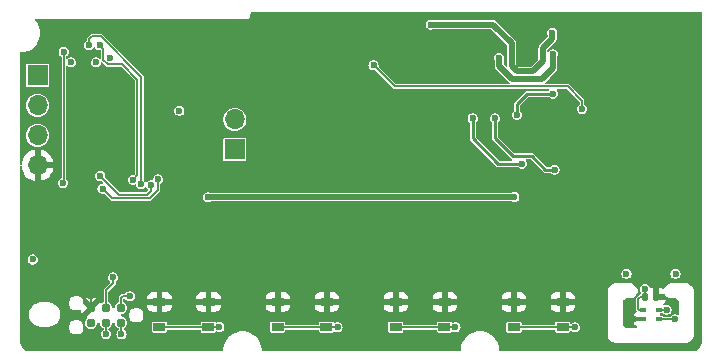
<source format=gbr>
%TF.GenerationSoftware,KiCad,Pcbnew,8.99.0-unknown-77b1d367df~178~ubuntu23.10.1*%
%TF.CreationDate,2024-11-07T11:46:47-05:00*%
%TF.ProjectId,nRF54L_ePaper,6e524635-344c-45f6-9550-617065722e6b,rev?*%
%TF.SameCoordinates,Original*%
%TF.FileFunction,Copper,L1,Top*%
%TF.FilePolarity,Positive*%
%FSLAX46Y46*%
G04 Gerber Fmt 4.6, Leading zero omitted, Abs format (unit mm)*
G04 Created by KiCad (PCBNEW 8.99.0-unknown-77b1d367df~178~ubuntu23.10.1) date 2024-11-07 11:46:47*
%MOMM*%
%LPD*%
G01*
G04 APERTURE LIST*
G04 Aperture macros list*
%AMRoundRect*
0 Rectangle with rounded corners*
0 $1 Rounding radius*
0 $2 $3 $4 $5 $6 $7 $8 $9 X,Y pos of 4 corners*
0 Add a 4 corners polygon primitive as box body*
4,1,4,$2,$3,$4,$5,$6,$7,$8,$9,$2,$3,0*
0 Add four circle primitives for the rounded corners*
1,1,$1+$1,$2,$3*
1,1,$1+$1,$4,$5*
1,1,$1+$1,$6,$7*
1,1,$1+$1,$8,$9*
0 Add four rect primitives between the rounded corners*
20,1,$1+$1,$2,$3,$4,$5,0*
20,1,$1+$1,$4,$5,$6,$7,0*
20,1,$1+$1,$6,$7,$8,$9,0*
20,1,$1+$1,$8,$9,$2,$3,0*%
G04 Aperture macros list end*
%TA.AperFunction,ComponentPad*%
%ADD10R,1.700000X1.700000*%
%TD*%
%TA.AperFunction,ComponentPad*%
%ADD11O,1.700000X1.700000*%
%TD*%
%TA.AperFunction,SMDPad,CuDef*%
%ADD12R,1.050000X0.650000*%
%TD*%
%TA.AperFunction,SMDPad,CuDef*%
%ADD13RoundRect,0.140000X-0.140000X-0.170000X0.140000X-0.170000X0.140000X0.170000X-0.140000X0.170000X0*%
%TD*%
%TA.AperFunction,SMDPad,CuDef*%
%ADD14R,0.500000X0.300000*%
%TD*%
%TA.AperFunction,ConnectorPad*%
%ADD15C,0.787400*%
%TD*%
%TA.AperFunction,ViaPad*%
%ADD16C,0.600000*%
%TD*%
%TA.AperFunction,Conductor*%
%ADD17C,0.150000*%
%TD*%
%TA.AperFunction,Conductor*%
%ADD18C,0.250000*%
%TD*%
%TA.AperFunction,Conductor*%
%ADD19C,0.500000*%
%TD*%
%TA.AperFunction,Conductor*%
%ADD20C,0.127000*%
%TD*%
G04 APERTURE END LIST*
D10*
%TO.P,JP2,1,A*%
%TO.N,Net-(BT1-+)*%
X118300000Y-56775000D03*
D11*
%TO.P,JP2,2,B*%
%TO.N,VDD*%
X118300000Y-54235000D03*
%TD*%
D12*
%TO.P,SW3,1,1*%
%TO.N,GND*%
X131925000Y-69675000D03*
X136075000Y-69675000D03*
%TO.P,SW3,2,2*%
%TO.N,/SW3*%
X131925000Y-71825000D03*
X136050000Y-71825000D03*
%TD*%
D10*
%TO.P,J1,1,Pin_1*%
%TO.N,VDD*%
X101600000Y-50500000D03*
D11*
%TO.P,J1,2,Pin_2*%
%TO.N,/UART_TX*%
X101600000Y-53040000D03*
%TO.P,J1,3,Pin_3*%
%TO.N,/UART_RX*%
X101600000Y-55580000D03*
%TO.P,J1,4,Pin_4*%
%TO.N,GND*%
X101600000Y-58120000D03*
%TD*%
D13*
%TO.P,C25,1*%
%TO.N,VDD*%
X153040000Y-69250000D03*
%TO.P,C25,2*%
%TO.N,GND*%
X154000000Y-69250000D03*
%TD*%
D12*
%TO.P,SW4,1,1*%
%TO.N,GND*%
X141925000Y-69675000D03*
X146075000Y-69675000D03*
%TO.P,SW4,2,2*%
%TO.N,/SW4*%
X141925000Y-71825000D03*
X146050000Y-71825000D03*
%TD*%
%TO.P,SW2,1,1*%
%TO.N,GND*%
X121925000Y-69675000D03*
X126075000Y-69675000D03*
%TO.P,SW2,2,2*%
%TO.N,/SW2*%
X121925000Y-71825000D03*
X126050000Y-71825000D03*
%TD*%
D14*
%TO.P,U2,1,SDA*%
%TO.N,/SDA*%
X154220000Y-71150000D03*
%TO.P,U2,2,SCL*%
%TO.N,/SCL*%
X154220000Y-70350000D03*
%TO.P,U2,3,VDD*%
%TO.N,VDD*%
X152820000Y-70350000D03*
%TO.P,U2,4,VSS*%
%TO.N,GND*%
X152820000Y-71150000D03*
%TD*%
D12*
%TO.P,SW1,1,1*%
%TO.N,GND*%
X111925000Y-69675000D03*
X116075000Y-69675000D03*
%TO.P,SW1,2,2*%
%TO.N,/SW1*%
X111925000Y-71825000D03*
X116050000Y-71825000D03*
%TD*%
D15*
%TO.P,J4,1,VCC*%
%TO.N,VDD*%
X108670000Y-70165000D03*
%TO.P,J4,2,SWDIO*%
%TO.N,Net-(J4-SWDIO)*%
X108670000Y-71435000D03*
%TO.P,J4,3,~{RESET}*%
%TO.N,Net-(J4-~{RESET})*%
X107400000Y-70165000D03*
%TO.P,J4,4,SWCLK*%
%TO.N,Net-(J4-SWCLK)*%
X107400000Y-71435000D03*
%TO.P,J4,5,GND*%
%TO.N,GND*%
X106130000Y-70165000D03*
%TO.P,J4,6,SWO*%
%TO.N,unconnected-(J4-SWO-Pad6)*%
X106130000Y-71435000D03*
%TD*%
D16*
%TO.N,VDD*%
X109400000Y-69200000D03*
X151460000Y-67300000D03*
X113600000Y-53500000D03*
X142200000Y-53840000D03*
X153040000Y-68600000D03*
X101190000Y-66090000D03*
X145230000Y-52040000D03*
X155620000Y-67300000D03*
%TO.N,GND*%
X137070000Y-69670000D03*
X142790000Y-48500000D03*
X109560000Y-48190000D03*
X106850000Y-53360000D03*
X142780000Y-56070000D03*
X142790000Y-46700000D03*
X117000000Y-69680000D03*
X144700000Y-60280000D03*
X104010000Y-62260000D03*
X108670000Y-48190000D03*
X152110000Y-71150000D03*
X142790000Y-45800000D03*
X103550000Y-60700000D03*
X142870000Y-56808000D03*
X113890000Y-47600000D03*
X142790000Y-47600000D03*
X113180000Y-55660000D03*
X112260000Y-55650000D03*
X142780000Y-49410000D03*
X114690000Y-55060000D03*
X147460000Y-50750000D03*
X147130000Y-69670000D03*
X127050000Y-69680000D03*
X147580000Y-55250000D03*
X143400000Y-60430000D03*
X106100000Y-69200000D03*
X110450000Y-48190000D03*
X112880000Y-53000000D03*
%TO.N,/PREVGL*%
X145185000Y-46905000D03*
X134880000Y-46200000D03*
%TO.N,/SCL*%
X109670000Y-59340000D03*
X154860000Y-70350000D03*
X106850000Y-47930000D03*
%TO.N,/SDA*%
X155570000Y-71150000D03*
X105950000Y-47940000D03*
X110370000Y-59730000D03*
%TO.N,/PREVGH*%
X145230466Y-48707047D03*
X140680000Y-49000000D03*
%TO.N,/GDR*%
X140340000Y-54140000D03*
X145370000Y-58490000D03*
%TO.N,/RESE*%
X142600000Y-57970000D03*
X138440000Y-54140000D03*
%TO.N,/EPD_DC*%
X130050000Y-49640000D03*
X147700000Y-53340000D03*
%TO.N,Net-(Q2-G)*%
X103820000Y-48510000D03*
X103760000Y-59620000D03*
%TO.N,Net-(J4-SWDIO)*%
X108700000Y-72400000D03*
X106560000Y-49400000D03*
%TO.N,Net-(J4-~{RESET})*%
X107750000Y-49070000D03*
X108000000Y-67600000D03*
%TO.N,Net-(J4-SWCLK)*%
X104440000Y-49400000D03*
X107400000Y-72400000D03*
%TO.N,/SW1*%
X116990000Y-71810000D03*
%TO.N,/SW2*%
X127000000Y-71830000D03*
%TO.N,/SW3*%
X136980000Y-71820000D03*
%TO.N,/SW4*%
X147110000Y-71830000D03*
%TO.N,/UART_TX*%
X111200000Y-59800000D03*
X106920000Y-59020000D03*
%TO.N,/UART_RX*%
X107100000Y-60100000D03*
X111800000Y-59300000D03*
%TO.N,Net-(BT1-+)*%
X116030000Y-60820000D03*
X141960000Y-60800000D03*
%TD*%
D17*
%TO.N,VDD*%
X152510000Y-70350000D02*
X152430000Y-70270000D01*
X152430000Y-70270000D02*
X152430000Y-69460000D01*
D18*
X142200000Y-52920000D02*
X142200000Y-53840000D01*
D17*
X152820000Y-70350000D02*
X152510000Y-70350000D01*
X153040000Y-69250000D02*
X153040000Y-68600000D01*
X108670000Y-69330000D02*
X108800000Y-69200000D01*
D18*
X145230000Y-52040000D02*
X143080000Y-52040000D01*
X143080000Y-52040000D02*
X142200000Y-52920000D01*
D17*
X108670000Y-70165000D02*
X108670000Y-69330000D01*
X152430000Y-69460000D02*
X152640000Y-69250000D01*
X152640000Y-69250000D02*
X153040000Y-69250000D01*
X108800000Y-69200000D02*
X109400000Y-69200000D01*
%TO.N,GND*%
X126075000Y-69675000D02*
X121925000Y-69675000D01*
X106130000Y-69230000D02*
X106100000Y-69200000D01*
X146075000Y-69675000D02*
X147125000Y-69675000D01*
X116075000Y-69675000D02*
X111925000Y-69675000D01*
X146075000Y-69675000D02*
X141925000Y-69675000D01*
X126075000Y-69675000D02*
X127045000Y-69675000D01*
X127045000Y-69675000D02*
X127050000Y-69680000D01*
X147125000Y-69675000D02*
X147130000Y-69670000D01*
X136075000Y-69675000D02*
X131925000Y-69675000D01*
X152820000Y-71150000D02*
X152110000Y-71150000D01*
X106130000Y-70165000D02*
X106130000Y-69230000D01*
X137065000Y-69675000D02*
X137070000Y-69670000D01*
X136075000Y-69675000D02*
X137065000Y-69675000D01*
X116075000Y-69675000D02*
X116995000Y-69675000D01*
X116995000Y-69675000D02*
X117000000Y-69680000D01*
D19*
%TO.N,/PREVGL*%
X145185000Y-47390000D02*
X145185000Y-46905000D01*
X143550000Y-50150000D02*
X144375000Y-49325000D01*
X141750000Y-49725000D02*
X142175000Y-50150000D01*
X134880000Y-46200000D02*
X140150000Y-46200000D01*
X142175000Y-50150000D02*
X143550000Y-50150000D01*
X140150000Y-46200000D02*
X141750000Y-47800000D01*
X141750000Y-47800000D02*
X141750000Y-49725000D01*
X144375000Y-49325000D02*
X144375000Y-48200000D01*
X144375000Y-48200000D02*
X145185000Y-47390000D01*
D17*
%TO.N,/SCL*%
X107180000Y-48260000D02*
X107180000Y-49209936D01*
X110060000Y-58950000D02*
X109670000Y-59340000D01*
X107542064Y-49572000D02*
X108762000Y-49572000D01*
X110060000Y-50870000D02*
X110060000Y-58950000D01*
X107180000Y-49209936D02*
X107542064Y-49572000D01*
X106850000Y-47930000D02*
X107180000Y-48260000D01*
X108762000Y-49572000D02*
X110060000Y-50870000D01*
X154220000Y-70350000D02*
X154860000Y-70350000D01*
%TO.N,/SDA*%
X110370000Y-59730000D02*
X110370000Y-50599936D01*
X110370000Y-50599936D02*
X106960064Y-47190000D01*
X106960064Y-47190000D02*
X106210000Y-47190000D01*
X105950000Y-47450000D02*
X105950000Y-47940000D01*
X155570000Y-71150000D02*
X154220000Y-71150000D01*
X106210000Y-47190000D02*
X105950000Y-47450000D01*
D19*
%TO.N,/PREVGH*%
X140680000Y-49700000D02*
X141805000Y-50825000D01*
X140680000Y-49000000D02*
X140680000Y-49700000D01*
X145230466Y-49919534D02*
X145230466Y-48707047D01*
X144325000Y-50825000D02*
X145230466Y-49919534D01*
X141805000Y-50825000D02*
X144325000Y-50825000D01*
D18*
%TO.N,/GDR*%
X143470000Y-57360000D02*
X141860000Y-57360000D01*
X141860000Y-57360000D02*
X140340000Y-55840000D01*
X145370000Y-58490000D02*
X144600000Y-58490000D01*
X144600000Y-58490000D02*
X143470000Y-57360000D01*
X140340000Y-55840000D02*
X140340000Y-54140000D01*
%TO.N,/RESE*%
X140570000Y-57970000D02*
X138440000Y-55840000D01*
X138440000Y-55840000D02*
X138440000Y-54140000D01*
X142600000Y-57970000D02*
X140570000Y-57970000D01*
D17*
%TO.N,/EPD_DC*%
X147700000Y-53340000D02*
X147700000Y-52670000D01*
X147700000Y-52670000D02*
X146470000Y-51440000D01*
X131850000Y-51440000D02*
X130050000Y-49640000D01*
X146470000Y-51440000D02*
X131850000Y-51440000D01*
D20*
%TO.N,Net-(Q2-G)*%
X103820000Y-48510000D02*
X103820000Y-59560000D01*
X103820000Y-59560000D02*
X103760000Y-59620000D01*
D17*
%TO.N,Net-(J4-SWDIO)*%
X108700000Y-72400000D02*
X108700000Y-71465000D01*
X108700000Y-71465000D02*
X108670000Y-71435000D01*
%TO.N,Net-(J4-~{RESET})*%
X108000000Y-67600000D02*
X108000000Y-68100000D01*
X108000000Y-68100000D02*
X107400000Y-68700000D01*
X107400000Y-68700000D02*
X107400000Y-70165000D01*
%TO.N,Net-(J4-SWCLK)*%
X107400000Y-72400000D02*
X107400000Y-71435000D01*
%TO.N,/SW1*%
X116990000Y-71810000D02*
X116975000Y-71825000D01*
X116975000Y-71825000D02*
X111925000Y-71825000D01*
%TO.N,/SW2*%
X121925000Y-71825000D02*
X126050000Y-71825000D01*
X126995000Y-71825000D02*
X127000000Y-71830000D01*
X126050000Y-71825000D02*
X126995000Y-71825000D01*
%TO.N,/SW3*%
X136980000Y-71820000D02*
X136975000Y-71825000D01*
X136975000Y-71825000D02*
X131925000Y-71825000D01*
%TO.N,/SW4*%
X147105000Y-71825000D02*
X141925000Y-71825000D01*
X147110000Y-71830000D02*
X147105000Y-71825000D01*
%TO.N,/UART_TX*%
X111200000Y-60300000D02*
X111200000Y-59800000D01*
X108500000Y-60600000D02*
X110900000Y-60600000D01*
X106920000Y-59020000D02*
X108500000Y-60600000D01*
X110900000Y-60600000D02*
X111200000Y-60300000D01*
%TO.N,/UART_RX*%
X111100000Y-60910000D02*
X107910000Y-60910000D01*
X111800000Y-60210000D02*
X111100000Y-60910000D01*
X111800000Y-59300000D02*
X111800000Y-60210000D01*
X107910000Y-60910000D02*
X107100000Y-60100000D01*
D19*
%TO.N,Net-(BT1-+)*%
X141960000Y-60800000D02*
X116050000Y-60800000D01*
X116050000Y-60800000D02*
X116030000Y-60820000D01*
%TD*%
%TA.AperFunction,Conductor*%
%TO.N,GND*%
G36*
X157854194Y-45118306D02*
G01*
X157872500Y-45162500D01*
X157872500Y-72996930D01*
X157872199Y-73003056D01*
X157856338Y-73164088D01*
X157853948Y-73176105D01*
X157807871Y-73328002D01*
X157803182Y-73339321D01*
X157728358Y-73479307D01*
X157721551Y-73489494D01*
X157620856Y-73612192D01*
X157612192Y-73620856D01*
X157489494Y-73721551D01*
X157479307Y-73728358D01*
X157339321Y-73803182D01*
X157328002Y-73807871D01*
X157176105Y-73853948D01*
X157164088Y-73856338D01*
X157003056Y-73872199D01*
X156996930Y-73872500D01*
X140758227Y-73872500D01*
X140742051Y-73870370D01*
X140729925Y-73867121D01*
X140701908Y-73850945D01*
X140699054Y-73848091D01*
X140682878Y-73820072D01*
X140679628Y-73807945D01*
X140677500Y-73791773D01*
X140677500Y-73678042D01*
X140677500Y-73678036D01*
X140641145Y-73436832D01*
X140569246Y-73203740D01*
X140463409Y-72983968D01*
X140353386Y-72822594D01*
X140326005Y-72782433D01*
X140326002Y-72782430D01*
X140325999Y-72782425D01*
X140160085Y-72603612D01*
X140160080Y-72603608D01*
X140160077Y-72603605D01*
X139969383Y-72451531D01*
X139969377Y-72451527D01*
X139969374Y-72451525D01*
X139758126Y-72329561D01*
X139531059Y-72240444D01*
X139531055Y-72240443D01*
X139531052Y-72240442D01*
X139293247Y-72186165D01*
X139050003Y-72167936D01*
X139049997Y-72167936D01*
X138806753Y-72186165D01*
X138806751Y-72186165D01*
X138568947Y-72240442D01*
X138568944Y-72240443D01*
X138568942Y-72240443D01*
X138568941Y-72240444D01*
X138474524Y-72277500D01*
X138341871Y-72329562D01*
X138219870Y-72400000D01*
X138152667Y-72438800D01*
X138130616Y-72451531D01*
X137939922Y-72603605D01*
X137939917Y-72603610D01*
X137939915Y-72603611D01*
X137939915Y-72603612D01*
X137791657Y-72763397D01*
X137773994Y-72782433D01*
X137636591Y-72983967D01*
X137530752Y-73203744D01*
X137530751Y-73203748D01*
X137458856Y-73436824D01*
X137422500Y-73678036D01*
X137422500Y-73791773D01*
X137420370Y-73807951D01*
X137417121Y-73820075D01*
X137400945Y-73848091D01*
X137398091Y-73850945D01*
X137370074Y-73867121D01*
X137357947Y-73870370D01*
X137341773Y-73872500D01*
X120658227Y-73872500D01*
X120642051Y-73870370D01*
X120629925Y-73867121D01*
X120601908Y-73850945D01*
X120599054Y-73848091D01*
X120582878Y-73820072D01*
X120579628Y-73807945D01*
X120577500Y-73791773D01*
X120577500Y-73678042D01*
X120577500Y-73678036D01*
X120541145Y-73436832D01*
X120469246Y-73203740D01*
X120363409Y-72983968D01*
X120253386Y-72822594D01*
X120226005Y-72782433D01*
X120226002Y-72782430D01*
X120225999Y-72782425D01*
X120060085Y-72603612D01*
X120060080Y-72603608D01*
X120060077Y-72603605D01*
X119869383Y-72451531D01*
X119869377Y-72451527D01*
X119869374Y-72451525D01*
X119658126Y-72329561D01*
X119431059Y-72240444D01*
X119431055Y-72240443D01*
X119431052Y-72240442D01*
X119193247Y-72186165D01*
X118950003Y-72167936D01*
X118949997Y-72167936D01*
X118706753Y-72186165D01*
X118706751Y-72186165D01*
X118468947Y-72240442D01*
X118468944Y-72240443D01*
X118468942Y-72240443D01*
X118468941Y-72240444D01*
X118374524Y-72277500D01*
X118241871Y-72329562D01*
X118119870Y-72400000D01*
X118052667Y-72438800D01*
X118030616Y-72451531D01*
X117839922Y-72603605D01*
X117839917Y-72603610D01*
X117839915Y-72603611D01*
X117839915Y-72603612D01*
X117691657Y-72763397D01*
X117673994Y-72782433D01*
X117536591Y-72983967D01*
X117430752Y-73203744D01*
X117430751Y-73203748D01*
X117358856Y-73436824D01*
X117322500Y-73678036D01*
X117322500Y-73791773D01*
X117320370Y-73807951D01*
X117317121Y-73820075D01*
X117300945Y-73848091D01*
X117298091Y-73850945D01*
X117270074Y-73867121D01*
X117257947Y-73870370D01*
X117241773Y-73872500D01*
X101003070Y-73872500D01*
X100996944Y-73872199D01*
X100835911Y-73856338D01*
X100823894Y-73853948D01*
X100671997Y-73807871D01*
X100660678Y-73803182D01*
X100520692Y-73728358D01*
X100510505Y-73721551D01*
X100457481Y-73678036D01*
X100387805Y-73620854D01*
X100379143Y-73612192D01*
X100347877Y-73574094D01*
X100278445Y-73489490D01*
X100271644Y-73479311D01*
X100196815Y-73339317D01*
X100192130Y-73328007D01*
X100146050Y-73176101D01*
X100143661Y-73164088D01*
X100140057Y-73127500D01*
X100127801Y-73003056D01*
X100127500Y-72996930D01*
X100127500Y-70648799D01*
X100872500Y-70648799D01*
X100872500Y-70851200D01*
X100911985Y-71049709D01*
X100911985Y-71049710D01*
X100989441Y-71236704D01*
X100989442Y-71236706D01*
X101093540Y-71392500D01*
X101101888Y-71404993D01*
X101245007Y-71548112D01*
X101413296Y-71660559D01*
X101600289Y-71738014D01*
X101798800Y-71777500D01*
X102601200Y-71777500D01*
X102716030Y-71754659D01*
X104237200Y-71754659D01*
X104237200Y-71877340D01*
X104261133Y-71997662D01*
X104308082Y-72111006D01*
X104308083Y-72111008D01*
X104376142Y-72212866D01*
X104376240Y-72213012D01*
X104462988Y-72299760D01*
X104564994Y-72367918D01*
X104678336Y-72414866D01*
X104798660Y-72438800D01*
X104921340Y-72438800D01*
X105041664Y-72414866D01*
X105155006Y-72367918D01*
X105257012Y-72299760D01*
X105343760Y-72213012D01*
X105411918Y-72111006D01*
X105458866Y-71997664D01*
X105482800Y-71877340D01*
X105482800Y-71754660D01*
X105458866Y-71634336D01*
X105411918Y-71520994D01*
X105401663Y-71505647D01*
X105354457Y-71434997D01*
X105604303Y-71434997D01*
X105604303Y-71435000D01*
X105622214Y-71571053D01*
X105622215Y-71571058D01*
X105622216Y-71571060D01*
X105648426Y-71634337D01*
X105674733Y-71697849D01*
X105758275Y-71806724D01*
X105836636Y-71866852D01*
X105867151Y-71890267D01*
X105993940Y-71942784D01*
X105993944Y-71942784D01*
X105993946Y-71942785D01*
X106129997Y-71960697D01*
X106130000Y-71960697D01*
X106130003Y-71960697D01*
X106266053Y-71942785D01*
X106266053Y-71942784D01*
X106266060Y-71942784D01*
X106392849Y-71890267D01*
X106501724Y-71806724D01*
X106585267Y-71697849D01*
X106637784Y-71571060D01*
X106641872Y-71540010D01*
X106648543Y-71489342D01*
X106672460Y-71447915D01*
X106710508Y-71435000D01*
X106819492Y-71435000D01*
X106863686Y-71453306D01*
X106881457Y-71489342D01*
X106892214Y-71571053D01*
X106892215Y-71571058D01*
X106892216Y-71571060D01*
X106918426Y-71634337D01*
X106944733Y-71697849D01*
X107028275Y-71806724D01*
X107137150Y-71890266D01*
X107137151Y-71890267D01*
X107158918Y-71899283D01*
X107192742Y-71933106D01*
X107197500Y-71957025D01*
X107197500Y-71987841D01*
X107179194Y-72032035D01*
X107168790Y-72040419D01*
X107117169Y-72073593D01*
X107117167Y-72073595D01*
X107036669Y-72166493D01*
X107036665Y-72166499D01*
X106985599Y-72278319D01*
X106985598Y-72278322D01*
X106968104Y-72400000D01*
X106985598Y-72521677D01*
X106985599Y-72521680D01*
X107036665Y-72633500D01*
X107036669Y-72633506D01*
X107117166Y-72726403D01*
X107117168Y-72726405D01*
X107220584Y-72792866D01*
X107220586Y-72792866D01*
X107220587Y-72792867D01*
X107338534Y-72827500D01*
X107338535Y-72827500D01*
X107461465Y-72827500D01*
X107579416Y-72792866D01*
X107682832Y-72726405D01*
X107763334Y-72633501D01*
X107814401Y-72521679D01*
X107831896Y-72400000D01*
X107814401Y-72278321D01*
X107763334Y-72166499D01*
X107763330Y-72166493D01*
X107682832Y-72073595D01*
X107682830Y-72073593D01*
X107631210Y-72040419D01*
X107603928Y-72001126D01*
X107602500Y-71987841D01*
X107602500Y-71957025D01*
X107620806Y-71912831D01*
X107641080Y-71899283D01*
X107662849Y-71890267D01*
X107771724Y-71806724D01*
X107855267Y-71697849D01*
X107907784Y-71571060D01*
X107911872Y-71540010D01*
X107918543Y-71489342D01*
X107942460Y-71447915D01*
X107980508Y-71435000D01*
X108089492Y-71435000D01*
X108133686Y-71453306D01*
X108151457Y-71489342D01*
X108162214Y-71571053D01*
X108162215Y-71571058D01*
X108162216Y-71571060D01*
X108188426Y-71634337D01*
X108214733Y-71697849D01*
X108298275Y-71806724D01*
X108407150Y-71890266D01*
X108407151Y-71890267D01*
X108458918Y-71911709D01*
X108492742Y-71945532D01*
X108497500Y-71969451D01*
X108497500Y-71987841D01*
X108479194Y-72032035D01*
X108468790Y-72040419D01*
X108417169Y-72073593D01*
X108417167Y-72073595D01*
X108336669Y-72166493D01*
X108336665Y-72166499D01*
X108285599Y-72278319D01*
X108285598Y-72278322D01*
X108268104Y-72400000D01*
X108285598Y-72521677D01*
X108285599Y-72521680D01*
X108336665Y-72633500D01*
X108336669Y-72633506D01*
X108417166Y-72726403D01*
X108417168Y-72726405D01*
X108520584Y-72792866D01*
X108520586Y-72792866D01*
X108520587Y-72792867D01*
X108638534Y-72827500D01*
X108638535Y-72827500D01*
X108761465Y-72827500D01*
X108879416Y-72792866D01*
X108982832Y-72726405D01*
X109063334Y-72633501D01*
X109114401Y-72521679D01*
X109131896Y-72400000D01*
X109114401Y-72278321D01*
X109063334Y-72166499D01*
X109063330Y-72166493D01*
X108982832Y-72073595D01*
X108982830Y-72073593D01*
X108931210Y-72040419D01*
X108903928Y-72001126D01*
X108902500Y-71987841D01*
X108902500Y-71943873D01*
X108920806Y-71899679D01*
X108929681Y-71892869D01*
X108929598Y-71892761D01*
X108932847Y-71890267D01*
X108932849Y-71890267D01*
X109041724Y-71806724D01*
X109125267Y-71697849D01*
X109177784Y-71571060D01*
X109188793Y-71487442D01*
X111272500Y-71487442D01*
X111272500Y-72162557D01*
X111279898Y-72199748D01*
X111279898Y-72199749D01*
X111308077Y-72241922D01*
X111331392Y-72257500D01*
X111350252Y-72270102D01*
X111387442Y-72277500D01*
X111387443Y-72277500D01*
X112462557Y-72277500D01*
X112462558Y-72277500D01*
X112499748Y-72270102D01*
X112541922Y-72241922D01*
X112570102Y-72199748D01*
X112577500Y-72162558D01*
X112577500Y-72090000D01*
X112595806Y-72045806D01*
X112640000Y-72027500D01*
X115335000Y-72027500D01*
X115379194Y-72045806D01*
X115397500Y-72090000D01*
X115397500Y-72162557D01*
X115404898Y-72199748D01*
X115404898Y-72199749D01*
X115433077Y-72241922D01*
X115456392Y-72257500D01*
X115475252Y-72270102D01*
X115512442Y-72277500D01*
X115512443Y-72277500D01*
X116587557Y-72277500D01*
X116587558Y-72277500D01*
X116624748Y-72270102D01*
X116666922Y-72241922D01*
X116694228Y-72201055D01*
X116734002Y-72174480D01*
X116779984Y-72183200D01*
X116805731Y-72199747D01*
X116810584Y-72202866D01*
X116928534Y-72237500D01*
X116928535Y-72237500D01*
X117051465Y-72237500D01*
X117169416Y-72202866D01*
X117272832Y-72136405D01*
X117353334Y-72043501D01*
X117404401Y-71931679D01*
X117421896Y-71810000D01*
X117404401Y-71688321D01*
X117353334Y-71576499D01*
X117353330Y-71576493D01*
X117276166Y-71487442D01*
X121272500Y-71487442D01*
X121272500Y-72162557D01*
X121279898Y-72199748D01*
X121279898Y-72199749D01*
X121308077Y-72241922D01*
X121331392Y-72257500D01*
X121350252Y-72270102D01*
X121387442Y-72277500D01*
X121387443Y-72277500D01*
X122462557Y-72277500D01*
X122462558Y-72277500D01*
X122499748Y-72270102D01*
X122541922Y-72241922D01*
X122570102Y-72199748D01*
X122577500Y-72162558D01*
X122577500Y-72090000D01*
X122595806Y-72045806D01*
X122640000Y-72027500D01*
X125335000Y-72027500D01*
X125379194Y-72045806D01*
X125397500Y-72090000D01*
X125397500Y-72162557D01*
X125404898Y-72199748D01*
X125404898Y-72199749D01*
X125433077Y-72241922D01*
X125456392Y-72257500D01*
X125475252Y-72270102D01*
X125512442Y-72277500D01*
X125512443Y-72277500D01*
X126587557Y-72277500D01*
X126587558Y-72277500D01*
X126624748Y-72270102D01*
X126666922Y-72241922D01*
X126687883Y-72210551D01*
X126727654Y-72183976D01*
X126773638Y-72192696D01*
X126783372Y-72198951D01*
X126820584Y-72222866D01*
X126870422Y-72237500D01*
X126938534Y-72257500D01*
X126938535Y-72257500D01*
X127061465Y-72257500D01*
X127179416Y-72222866D01*
X127282832Y-72156405D01*
X127340372Y-72090000D01*
X127363330Y-72063506D01*
X127363331Y-72063504D01*
X127363334Y-72063501D01*
X127414401Y-71951679D01*
X127431896Y-71830000D01*
X127414401Y-71708321D01*
X127363334Y-71596499D01*
X127363330Y-71596493D01*
X127282833Y-71503596D01*
X127282832Y-71503595D01*
X127257697Y-71487442D01*
X131272500Y-71487442D01*
X131272500Y-72162557D01*
X131279898Y-72199748D01*
X131279898Y-72199749D01*
X131308077Y-72241922D01*
X131331392Y-72257500D01*
X131350252Y-72270102D01*
X131387442Y-72277500D01*
X131387443Y-72277500D01*
X132462557Y-72277500D01*
X132462558Y-72277500D01*
X132499748Y-72270102D01*
X132541922Y-72241922D01*
X132570102Y-72199748D01*
X132577500Y-72162558D01*
X132577500Y-72090000D01*
X132595806Y-72045806D01*
X132640000Y-72027500D01*
X135335000Y-72027500D01*
X135379194Y-72045806D01*
X135397500Y-72090000D01*
X135397500Y-72162557D01*
X135404898Y-72199748D01*
X135404898Y-72199749D01*
X135433077Y-72241922D01*
X135456392Y-72257500D01*
X135475252Y-72270102D01*
X135512442Y-72277500D01*
X135512443Y-72277500D01*
X136587557Y-72277500D01*
X136587558Y-72277500D01*
X136624748Y-72270102D01*
X136666922Y-72241922D01*
X136686549Y-72212547D01*
X136726322Y-72185972D01*
X136772306Y-72194692D01*
X136800584Y-72212866D01*
X136879218Y-72235955D01*
X136918534Y-72247500D01*
X136918535Y-72247500D01*
X137041465Y-72247500D01*
X137159416Y-72212866D01*
X137262832Y-72146405D01*
X137318208Y-72082497D01*
X137343330Y-72053506D01*
X137343331Y-72053504D01*
X137343334Y-72053501D01*
X137394401Y-71941679D01*
X137411896Y-71820000D01*
X137394401Y-71698321D01*
X137343334Y-71586499D01*
X137343330Y-71586493D01*
X137262833Y-71493596D01*
X137262832Y-71493595D01*
X137253258Y-71487442D01*
X141272500Y-71487442D01*
X141272500Y-72162557D01*
X141279898Y-72199748D01*
X141279898Y-72199749D01*
X141308077Y-72241922D01*
X141331392Y-72257500D01*
X141350252Y-72270102D01*
X141387442Y-72277500D01*
X141387443Y-72277500D01*
X142462557Y-72277500D01*
X142462558Y-72277500D01*
X142499748Y-72270102D01*
X142541922Y-72241922D01*
X142570102Y-72199748D01*
X142577500Y-72162558D01*
X142577500Y-72090000D01*
X142595806Y-72045806D01*
X142640000Y-72027500D01*
X145335000Y-72027500D01*
X145379194Y-72045806D01*
X145397500Y-72090000D01*
X145397500Y-72162557D01*
X145404898Y-72199748D01*
X145404898Y-72199749D01*
X145433077Y-72241922D01*
X145456392Y-72257500D01*
X145475252Y-72270102D01*
X145512442Y-72277500D01*
X145512443Y-72277500D01*
X146587557Y-72277500D01*
X146587558Y-72277500D01*
X146624748Y-72270102D01*
X146666922Y-72241922D01*
X146695102Y-72199748D01*
X146701859Y-72165779D01*
X146728433Y-72126007D01*
X146775349Y-72116674D01*
X146810391Y-72137044D01*
X146827166Y-72156403D01*
X146827168Y-72156405D01*
X146930584Y-72222866D01*
X146930586Y-72222866D01*
X146930587Y-72222867D01*
X147048534Y-72257500D01*
X147048535Y-72257500D01*
X147171465Y-72257500D01*
X147289416Y-72222866D01*
X147392832Y-72156405D01*
X147450372Y-72090000D01*
X147473330Y-72063506D01*
X147473331Y-72063504D01*
X147473334Y-72063501D01*
X147524401Y-71951679D01*
X147541896Y-71830000D01*
X147524401Y-71708321D01*
X147473334Y-71596499D01*
X147473330Y-71596493D01*
X147392833Y-71503596D01*
X147392832Y-71503595D01*
X147289416Y-71437134D01*
X147289414Y-71437133D01*
X147289412Y-71437132D01*
X147171466Y-71402500D01*
X147171465Y-71402500D01*
X147048535Y-71402500D01*
X147048534Y-71402500D01*
X146930587Y-71437132D01*
X146827167Y-71503595D01*
X146811837Y-71521287D01*
X146769060Y-71542697D01*
X146723673Y-71527589D01*
X146704337Y-71490207D01*
X146703099Y-71490454D01*
X146701735Y-71483596D01*
X146695102Y-71450252D01*
X146693805Y-71448311D01*
X146666922Y-71408077D01*
X146624748Y-71379898D01*
X146587558Y-71372500D01*
X145512442Y-71372500D01*
X145493847Y-71376199D01*
X145475251Y-71379898D01*
X145475250Y-71379898D01*
X145433077Y-71408077D01*
X145404898Y-71450250D01*
X145404898Y-71450251D01*
X145397500Y-71487442D01*
X145397500Y-71560000D01*
X145379194Y-71604194D01*
X145335000Y-71622500D01*
X142640000Y-71622500D01*
X142595806Y-71604194D01*
X142577500Y-71560000D01*
X142577500Y-71487442D01*
X142575304Y-71476403D01*
X142570102Y-71450252D01*
X142568805Y-71448311D01*
X142541922Y-71408077D01*
X142499748Y-71379898D01*
X142462558Y-71372500D01*
X141387442Y-71372500D01*
X141368847Y-71376199D01*
X141350251Y-71379898D01*
X141350250Y-71379898D01*
X141308077Y-71408077D01*
X141279898Y-71450250D01*
X141279898Y-71450251D01*
X141272500Y-71487442D01*
X137253258Y-71487442D01*
X137159416Y-71427134D01*
X137159414Y-71427133D01*
X137159412Y-71427132D01*
X137041466Y-71392500D01*
X137041465Y-71392500D01*
X136918535Y-71392500D01*
X136918534Y-71392500D01*
X136800584Y-71427133D01*
X136800582Y-71427134D01*
X136767629Y-71448311D01*
X136720554Y-71456803D01*
X136681874Y-71430455D01*
X136666922Y-71408077D01*
X136624748Y-71379898D01*
X136587558Y-71372500D01*
X135512442Y-71372500D01*
X135493847Y-71376199D01*
X135475251Y-71379898D01*
X135475250Y-71379898D01*
X135433077Y-71408077D01*
X135404898Y-71450250D01*
X135404898Y-71450251D01*
X135397500Y-71487442D01*
X135397500Y-71560000D01*
X135379194Y-71604194D01*
X135335000Y-71622500D01*
X132640000Y-71622500D01*
X132595806Y-71604194D01*
X132577500Y-71560000D01*
X132577500Y-71487442D01*
X132575304Y-71476403D01*
X132570102Y-71450252D01*
X132568805Y-71448311D01*
X132541922Y-71408077D01*
X132499748Y-71379898D01*
X132462558Y-71372500D01*
X131387442Y-71372500D01*
X131368847Y-71376199D01*
X131350251Y-71379898D01*
X131350250Y-71379898D01*
X131308077Y-71408077D01*
X131279898Y-71450250D01*
X131279898Y-71450251D01*
X131272500Y-71487442D01*
X127257697Y-71487442D01*
X127179416Y-71437134D01*
X127179414Y-71437133D01*
X127179412Y-71437132D01*
X127061466Y-71402500D01*
X127061465Y-71402500D01*
X126938535Y-71402500D01*
X126938534Y-71402500D01*
X126820585Y-71437133D01*
X126778313Y-71464299D01*
X126731237Y-71472791D01*
X126692557Y-71446443D01*
X126666922Y-71408077D01*
X126624748Y-71379898D01*
X126587558Y-71372500D01*
X125512442Y-71372500D01*
X125493847Y-71376199D01*
X125475251Y-71379898D01*
X125475250Y-71379898D01*
X125433077Y-71408077D01*
X125404898Y-71450250D01*
X125404898Y-71450251D01*
X125397500Y-71487442D01*
X125397500Y-71560000D01*
X125379194Y-71604194D01*
X125335000Y-71622500D01*
X122640000Y-71622500D01*
X122595806Y-71604194D01*
X122577500Y-71560000D01*
X122577500Y-71487442D01*
X122575304Y-71476403D01*
X122570102Y-71450252D01*
X122568805Y-71448311D01*
X122541922Y-71408077D01*
X122499748Y-71379898D01*
X122462558Y-71372500D01*
X121387442Y-71372500D01*
X121368847Y-71376199D01*
X121350251Y-71379898D01*
X121350250Y-71379898D01*
X121308077Y-71408077D01*
X121279898Y-71450250D01*
X121279898Y-71450251D01*
X121272500Y-71487442D01*
X117276166Y-71487442D01*
X117272833Y-71483596D01*
X117272832Y-71483595D01*
X117169416Y-71417134D01*
X117169414Y-71417133D01*
X117169412Y-71417132D01*
X117051466Y-71382500D01*
X117051465Y-71382500D01*
X116928535Y-71382500D01*
X116928534Y-71382500D01*
X116810585Y-71417133D01*
X116765960Y-71445811D01*
X116718884Y-71454303D01*
X116680204Y-71427955D01*
X116666922Y-71408077D01*
X116624748Y-71379898D01*
X116587558Y-71372500D01*
X115512442Y-71372500D01*
X115493847Y-71376199D01*
X115475251Y-71379898D01*
X115475250Y-71379898D01*
X115433077Y-71408077D01*
X115404898Y-71450250D01*
X115404898Y-71450251D01*
X115397500Y-71487442D01*
X115397500Y-71560000D01*
X115379194Y-71604194D01*
X115335000Y-71622500D01*
X112640000Y-71622500D01*
X112595806Y-71604194D01*
X112577500Y-71560000D01*
X112577500Y-71487442D01*
X112575304Y-71476403D01*
X112570102Y-71450252D01*
X112568805Y-71448311D01*
X112541922Y-71408077D01*
X112499748Y-71379898D01*
X112462558Y-71372500D01*
X111387442Y-71372500D01*
X111368847Y-71376199D01*
X111350251Y-71379898D01*
X111350250Y-71379898D01*
X111308077Y-71408077D01*
X111279898Y-71450250D01*
X111279898Y-71450251D01*
X111272500Y-71487442D01*
X109188793Y-71487442D01*
X109195697Y-71435000D01*
X109194769Y-71427955D01*
X109177785Y-71298946D01*
X109177784Y-71298943D01*
X109177784Y-71298940D01*
X109125267Y-71172152D01*
X109041724Y-71063276D01*
X109041722Y-71063275D01*
X109041722Y-71063274D01*
X108932849Y-70979733D01*
X108902830Y-70967299D01*
X108806060Y-70927216D01*
X108806058Y-70927215D01*
X108806053Y-70927214D01*
X108724342Y-70916457D01*
X108682915Y-70892540D01*
X108670000Y-70854492D01*
X108670000Y-70745507D01*
X108672837Y-70738659D01*
X109317200Y-70738659D01*
X109317200Y-70861340D01*
X109341133Y-70981662D01*
X109388082Y-71095006D01*
X109388083Y-71095008D01*
X109439629Y-71172152D01*
X109456240Y-71197012D01*
X109542988Y-71283760D01*
X109644994Y-71351918D01*
X109758336Y-71398866D01*
X109878660Y-71422800D01*
X110001340Y-71422800D01*
X110121664Y-71398866D01*
X110235006Y-71351918D01*
X110337012Y-71283760D01*
X110423760Y-71197012D01*
X110491918Y-71095006D01*
X110538866Y-70981664D01*
X110562800Y-70861340D01*
X110562800Y-70738660D01*
X110538866Y-70618336D01*
X110491918Y-70504994D01*
X110423760Y-70402988D01*
X110337012Y-70316240D01*
X110337011Y-70316239D01*
X110235008Y-70248083D01*
X110235006Y-70248082D01*
X110121662Y-70201133D01*
X110001340Y-70177200D01*
X109878660Y-70177200D01*
X109758337Y-70201133D01*
X109644993Y-70248082D01*
X109644991Y-70248083D01*
X109542988Y-70316239D01*
X109456239Y-70402988D01*
X109388083Y-70504991D01*
X109388082Y-70504993D01*
X109341133Y-70618337D01*
X109317200Y-70738659D01*
X108672837Y-70738659D01*
X108688306Y-70701313D01*
X108724341Y-70683542D01*
X108806060Y-70672784D01*
X108932849Y-70620267D01*
X109041724Y-70536724D01*
X109125267Y-70427849D01*
X109177784Y-70301060D01*
X109187361Y-70228321D01*
X109195697Y-70165000D01*
X109195697Y-70164997D01*
X109180272Y-70047835D01*
X110900000Y-70047835D01*
X110906402Y-70107377D01*
X110956647Y-70242091D01*
X110956649Y-70242094D01*
X111042808Y-70357186D01*
X111042813Y-70357191D01*
X111157905Y-70443350D01*
X111157908Y-70443352D01*
X111292622Y-70493597D01*
X111352164Y-70499999D01*
X111352178Y-70500000D01*
X111675000Y-70500000D01*
X112175000Y-70500000D01*
X112497822Y-70500000D01*
X112497835Y-70499999D01*
X112557377Y-70493597D01*
X112692091Y-70443352D01*
X112692094Y-70443350D01*
X112807186Y-70357191D01*
X112807191Y-70357186D01*
X112893350Y-70242094D01*
X112893352Y-70242091D01*
X112943597Y-70107377D01*
X112949999Y-70047835D01*
X115050000Y-70047835D01*
X115056402Y-70107377D01*
X115106647Y-70242091D01*
X115106649Y-70242094D01*
X115192808Y-70357186D01*
X115192813Y-70357191D01*
X115307905Y-70443350D01*
X115307908Y-70443352D01*
X115442622Y-70493597D01*
X115502164Y-70499999D01*
X115502178Y-70500000D01*
X115825000Y-70500000D01*
X116325000Y-70500000D01*
X116647822Y-70500000D01*
X116647835Y-70499999D01*
X116707377Y-70493597D01*
X116842091Y-70443352D01*
X116842094Y-70443350D01*
X116957186Y-70357191D01*
X116957191Y-70357186D01*
X117043350Y-70242094D01*
X117043352Y-70242091D01*
X117093597Y-70107377D01*
X117099999Y-70047835D01*
X120900000Y-70047835D01*
X120906402Y-70107377D01*
X120956647Y-70242091D01*
X120956649Y-70242094D01*
X121042808Y-70357186D01*
X121042813Y-70357191D01*
X121157905Y-70443350D01*
X121157908Y-70443352D01*
X121292622Y-70493597D01*
X121352164Y-70499999D01*
X121352178Y-70500000D01*
X121675000Y-70500000D01*
X122175000Y-70500000D01*
X122497822Y-70500000D01*
X122497835Y-70499999D01*
X122557377Y-70493597D01*
X122692091Y-70443352D01*
X122692094Y-70443350D01*
X122807186Y-70357191D01*
X122807191Y-70357186D01*
X122893350Y-70242094D01*
X122893352Y-70242091D01*
X122943597Y-70107377D01*
X122949999Y-70047835D01*
X125050000Y-70047835D01*
X125056402Y-70107377D01*
X125106647Y-70242091D01*
X125106649Y-70242094D01*
X125192808Y-70357186D01*
X125192813Y-70357191D01*
X125307905Y-70443350D01*
X125307908Y-70443352D01*
X125442622Y-70493597D01*
X125502164Y-70499999D01*
X125502178Y-70500000D01*
X125825000Y-70500000D01*
X126325000Y-70500000D01*
X126647822Y-70500000D01*
X126647835Y-70499999D01*
X126707377Y-70493597D01*
X126842091Y-70443352D01*
X126842094Y-70443350D01*
X126957186Y-70357191D01*
X126957191Y-70357186D01*
X127043350Y-70242094D01*
X127043352Y-70242091D01*
X127093597Y-70107377D01*
X127099999Y-70047835D01*
X130900000Y-70047835D01*
X130906402Y-70107377D01*
X130956647Y-70242091D01*
X130956649Y-70242094D01*
X131042808Y-70357186D01*
X131042813Y-70357191D01*
X131157905Y-70443350D01*
X131157908Y-70443352D01*
X131292622Y-70493597D01*
X131352164Y-70499999D01*
X131352178Y-70500000D01*
X131675000Y-70500000D01*
X132175000Y-70500000D01*
X132497822Y-70500000D01*
X132497835Y-70499999D01*
X132557377Y-70493597D01*
X132692091Y-70443352D01*
X132692094Y-70443350D01*
X132807186Y-70357191D01*
X132807191Y-70357186D01*
X132893350Y-70242094D01*
X132893352Y-70242091D01*
X132943597Y-70107377D01*
X132949999Y-70047835D01*
X135050000Y-70047835D01*
X135056402Y-70107377D01*
X135106647Y-70242091D01*
X135106649Y-70242094D01*
X135192808Y-70357186D01*
X135192813Y-70357191D01*
X135307905Y-70443350D01*
X135307908Y-70443352D01*
X135442622Y-70493597D01*
X135502164Y-70499999D01*
X135502178Y-70500000D01*
X135825000Y-70500000D01*
X136325000Y-70500000D01*
X136647822Y-70500000D01*
X136647835Y-70499999D01*
X136707377Y-70493597D01*
X136842091Y-70443352D01*
X136842094Y-70443350D01*
X136957186Y-70357191D01*
X136957191Y-70357186D01*
X137043350Y-70242094D01*
X137043352Y-70242091D01*
X137093597Y-70107377D01*
X137099999Y-70047835D01*
X140900000Y-70047835D01*
X140906402Y-70107377D01*
X140956647Y-70242091D01*
X140956649Y-70242094D01*
X141042808Y-70357186D01*
X141042813Y-70357191D01*
X141157905Y-70443350D01*
X141157908Y-70443352D01*
X141292622Y-70493597D01*
X141352164Y-70499999D01*
X141352178Y-70500000D01*
X141675000Y-70500000D01*
X142175000Y-70500000D01*
X142497822Y-70500000D01*
X142497835Y-70499999D01*
X142557377Y-70493597D01*
X142692091Y-70443352D01*
X142692094Y-70443350D01*
X142807186Y-70357191D01*
X142807191Y-70357186D01*
X142893350Y-70242094D01*
X142893352Y-70242091D01*
X142943597Y-70107377D01*
X142949999Y-70047835D01*
X145050000Y-70047835D01*
X145056402Y-70107377D01*
X145106647Y-70242091D01*
X145106649Y-70242094D01*
X145192808Y-70357186D01*
X145192813Y-70357191D01*
X145307905Y-70443350D01*
X145307908Y-70443352D01*
X145442622Y-70493597D01*
X145502164Y-70499999D01*
X145502178Y-70500000D01*
X145825000Y-70500000D01*
X146325000Y-70500000D01*
X146647822Y-70500000D01*
X146647835Y-70499999D01*
X146707377Y-70493597D01*
X146842091Y-70443352D01*
X146842094Y-70443350D01*
X146957186Y-70357191D01*
X146957191Y-70357186D01*
X147043350Y-70242094D01*
X147043352Y-70242091D01*
X147093597Y-70107377D01*
X147099999Y-70047835D01*
X147100000Y-70047822D01*
X147100000Y-69925000D01*
X146325000Y-69925000D01*
X146325000Y-70500000D01*
X145825000Y-70500000D01*
X145825000Y-69925000D01*
X145050000Y-69925000D01*
X145050000Y-70047835D01*
X142949999Y-70047835D01*
X142950000Y-70047822D01*
X142950000Y-69925000D01*
X142175000Y-69925000D01*
X142175000Y-70500000D01*
X141675000Y-70500000D01*
X141675000Y-69925000D01*
X140900000Y-69925000D01*
X140900000Y-70047835D01*
X137099999Y-70047835D01*
X137100000Y-70047822D01*
X137100000Y-69925000D01*
X136325000Y-69925000D01*
X136325000Y-70500000D01*
X135825000Y-70500000D01*
X135825000Y-69925000D01*
X135050000Y-69925000D01*
X135050000Y-70047835D01*
X132949999Y-70047835D01*
X132950000Y-70047822D01*
X132950000Y-69925000D01*
X132175000Y-69925000D01*
X132175000Y-70500000D01*
X131675000Y-70500000D01*
X131675000Y-69925000D01*
X130900000Y-69925000D01*
X130900000Y-70047835D01*
X127099999Y-70047835D01*
X127100000Y-70047822D01*
X127100000Y-69925000D01*
X126325000Y-69925000D01*
X126325000Y-70500000D01*
X125825000Y-70500000D01*
X125825000Y-69925000D01*
X125050000Y-69925000D01*
X125050000Y-70047835D01*
X122949999Y-70047835D01*
X122950000Y-70047822D01*
X122950000Y-69925000D01*
X122175000Y-69925000D01*
X122175000Y-70500000D01*
X121675000Y-70500000D01*
X121675000Y-69925000D01*
X120900000Y-69925000D01*
X120900000Y-70047835D01*
X117099999Y-70047835D01*
X117100000Y-70047822D01*
X117100000Y-69925000D01*
X116325000Y-69925000D01*
X116325000Y-70500000D01*
X115825000Y-70500000D01*
X115825000Y-69925000D01*
X115050000Y-69925000D01*
X115050000Y-70047835D01*
X112949999Y-70047835D01*
X112950000Y-70047822D01*
X112950000Y-69925000D01*
X112175000Y-69925000D01*
X112175000Y-70500000D01*
X111675000Y-70500000D01*
X111675000Y-69925000D01*
X110900000Y-69925000D01*
X110900000Y-70047835D01*
X109180272Y-70047835D01*
X109177785Y-70028946D01*
X109177784Y-70028943D01*
X109177784Y-70028940D01*
X109125267Y-69902152D01*
X109041724Y-69793276D01*
X109041722Y-69793275D01*
X109041722Y-69793274D01*
X108949487Y-69722500D01*
X108932849Y-69709733D01*
X108932848Y-69709732D01*
X108932846Y-69709731D01*
X108911082Y-69700716D01*
X108877258Y-69666892D01*
X108872500Y-69642974D01*
X108872500Y-69465000D01*
X108890806Y-69420806D01*
X108935000Y-69402500D01*
X108982615Y-69402500D01*
X109026809Y-69420806D01*
X109035195Y-69431212D01*
X109036668Y-69433504D01*
X109094288Y-69500000D01*
X109117168Y-69526405D01*
X109220584Y-69592866D01*
X109220586Y-69592866D01*
X109220587Y-69592867D01*
X109338534Y-69627500D01*
X109338535Y-69627500D01*
X109461465Y-69627500D01*
X109579416Y-69592866D01*
X109682832Y-69526405D01*
X109763334Y-69433501D01*
X109814401Y-69321679D01*
X109817207Y-69302164D01*
X110900000Y-69302164D01*
X110900000Y-69425000D01*
X111675000Y-69425000D01*
X112175000Y-69425000D01*
X112950000Y-69425000D01*
X112950000Y-69302177D01*
X112949999Y-69302164D01*
X115050000Y-69302164D01*
X115050000Y-69425000D01*
X115825000Y-69425000D01*
X116325000Y-69425000D01*
X117100000Y-69425000D01*
X117100000Y-69302177D01*
X117099999Y-69302164D01*
X120900000Y-69302164D01*
X120900000Y-69425000D01*
X121675000Y-69425000D01*
X122175000Y-69425000D01*
X122950000Y-69425000D01*
X122950000Y-69302177D01*
X122949999Y-69302164D01*
X125050000Y-69302164D01*
X125050000Y-69425000D01*
X125825000Y-69425000D01*
X126325000Y-69425000D01*
X127100000Y-69425000D01*
X127100000Y-69302177D01*
X127099999Y-69302164D01*
X130900000Y-69302164D01*
X130900000Y-69425000D01*
X131675000Y-69425000D01*
X132175000Y-69425000D01*
X132950000Y-69425000D01*
X132950000Y-69302177D01*
X132949999Y-69302164D01*
X135050000Y-69302164D01*
X135050000Y-69425000D01*
X135825000Y-69425000D01*
X136325000Y-69425000D01*
X137100000Y-69425000D01*
X137100000Y-69302177D01*
X137099999Y-69302164D01*
X140900000Y-69302164D01*
X140900000Y-69425000D01*
X141675000Y-69425000D01*
X142175000Y-69425000D01*
X142950000Y-69425000D01*
X142950000Y-69302177D01*
X142949999Y-69302164D01*
X145050000Y-69302164D01*
X145050000Y-69425000D01*
X145825000Y-69425000D01*
X146325000Y-69425000D01*
X147100000Y-69425000D01*
X147100000Y-69302177D01*
X147099999Y-69302164D01*
X147093597Y-69242622D01*
X147043352Y-69107908D01*
X147043350Y-69107905D01*
X146957191Y-68992813D01*
X146957186Y-68992808D01*
X146842094Y-68906649D01*
X146842091Y-68906647D01*
X146707377Y-68856402D01*
X146647835Y-68850000D01*
X146325000Y-68850000D01*
X146325000Y-69425000D01*
X145825000Y-69425000D01*
X145825000Y-68850000D01*
X145502164Y-68850000D01*
X145442622Y-68856402D01*
X145307908Y-68906647D01*
X145307905Y-68906649D01*
X145192813Y-68992808D01*
X145192808Y-68992813D01*
X145106649Y-69107905D01*
X145106647Y-69107908D01*
X145056402Y-69242622D01*
X145050000Y-69302164D01*
X142949999Y-69302164D01*
X142943597Y-69242622D01*
X142893352Y-69107908D01*
X142893350Y-69107905D01*
X142807191Y-68992813D01*
X142807186Y-68992808D01*
X142692094Y-68906649D01*
X142692091Y-68906647D01*
X142557377Y-68856402D01*
X142497835Y-68850000D01*
X142175000Y-68850000D01*
X142175000Y-69425000D01*
X141675000Y-69425000D01*
X141675000Y-68850000D01*
X141352164Y-68850000D01*
X141292622Y-68856402D01*
X141157908Y-68906647D01*
X141157905Y-68906649D01*
X141042813Y-68992808D01*
X141042808Y-68992813D01*
X140956649Y-69107905D01*
X140956647Y-69107908D01*
X140906402Y-69242622D01*
X140900000Y-69302164D01*
X137099999Y-69302164D01*
X137093597Y-69242622D01*
X137043352Y-69107908D01*
X137043350Y-69107905D01*
X136957191Y-68992813D01*
X136957186Y-68992808D01*
X136842094Y-68906649D01*
X136842091Y-68906647D01*
X136707377Y-68856402D01*
X136647835Y-68850000D01*
X136325000Y-68850000D01*
X136325000Y-69425000D01*
X135825000Y-69425000D01*
X135825000Y-68850000D01*
X135502164Y-68850000D01*
X135442622Y-68856402D01*
X135307908Y-68906647D01*
X135307905Y-68906649D01*
X135192813Y-68992808D01*
X135192808Y-68992813D01*
X135106649Y-69107905D01*
X135106647Y-69107908D01*
X135056402Y-69242622D01*
X135050000Y-69302164D01*
X132949999Y-69302164D01*
X132943597Y-69242622D01*
X132893352Y-69107908D01*
X132893350Y-69107905D01*
X132807191Y-68992813D01*
X132807186Y-68992808D01*
X132692094Y-68906649D01*
X132692091Y-68906647D01*
X132557377Y-68856402D01*
X132497835Y-68850000D01*
X132175000Y-68850000D01*
X132175000Y-69425000D01*
X131675000Y-69425000D01*
X131675000Y-68850000D01*
X131352164Y-68850000D01*
X131292622Y-68856402D01*
X131157908Y-68906647D01*
X131157905Y-68906649D01*
X131042813Y-68992808D01*
X131042808Y-68992813D01*
X130956649Y-69107905D01*
X130956647Y-69107908D01*
X130906402Y-69242622D01*
X130900000Y-69302164D01*
X127099999Y-69302164D01*
X127093597Y-69242622D01*
X127043352Y-69107908D01*
X127043350Y-69107905D01*
X126957191Y-68992813D01*
X126957186Y-68992808D01*
X126842094Y-68906649D01*
X126842091Y-68906647D01*
X126707377Y-68856402D01*
X126647835Y-68850000D01*
X126325000Y-68850000D01*
X126325000Y-69425000D01*
X125825000Y-69425000D01*
X125825000Y-68850000D01*
X125502164Y-68850000D01*
X125442622Y-68856402D01*
X125307908Y-68906647D01*
X125307905Y-68906649D01*
X125192813Y-68992808D01*
X125192808Y-68992813D01*
X125106649Y-69107905D01*
X125106647Y-69107908D01*
X125056402Y-69242622D01*
X125050000Y-69302164D01*
X122949999Y-69302164D01*
X122943597Y-69242622D01*
X122893352Y-69107908D01*
X122893350Y-69107905D01*
X122807191Y-68992813D01*
X122807186Y-68992808D01*
X122692094Y-68906649D01*
X122692091Y-68906647D01*
X122557377Y-68856402D01*
X122497835Y-68850000D01*
X122175000Y-68850000D01*
X122175000Y-69425000D01*
X121675000Y-69425000D01*
X121675000Y-68850000D01*
X121352164Y-68850000D01*
X121292622Y-68856402D01*
X121157908Y-68906647D01*
X121157905Y-68906649D01*
X121042813Y-68992808D01*
X121042808Y-68992813D01*
X120956649Y-69107905D01*
X120956647Y-69107908D01*
X120906402Y-69242622D01*
X120900000Y-69302164D01*
X117099999Y-69302164D01*
X117093597Y-69242622D01*
X117043352Y-69107908D01*
X117043350Y-69107905D01*
X116957191Y-68992813D01*
X116957186Y-68992808D01*
X116842094Y-68906649D01*
X116842091Y-68906647D01*
X116707377Y-68856402D01*
X116647835Y-68850000D01*
X116325000Y-68850000D01*
X116325000Y-69425000D01*
X115825000Y-69425000D01*
X115825000Y-68850000D01*
X115502164Y-68850000D01*
X115442622Y-68856402D01*
X115307908Y-68906647D01*
X115307905Y-68906649D01*
X115192813Y-68992808D01*
X115192808Y-68992813D01*
X115106649Y-69107905D01*
X115106647Y-69107908D01*
X115056402Y-69242622D01*
X115050000Y-69302164D01*
X112949999Y-69302164D01*
X112943597Y-69242622D01*
X112893352Y-69107908D01*
X112893350Y-69107905D01*
X112807191Y-68992813D01*
X112807186Y-68992808D01*
X112692094Y-68906649D01*
X112692091Y-68906647D01*
X112557377Y-68856402D01*
X112497835Y-68850000D01*
X112175000Y-68850000D01*
X112175000Y-69425000D01*
X111675000Y-69425000D01*
X111675000Y-68850000D01*
X111352164Y-68850000D01*
X111292622Y-68856402D01*
X111157908Y-68906647D01*
X111157905Y-68906649D01*
X111042813Y-68992808D01*
X111042808Y-68992813D01*
X110956649Y-69107905D01*
X110956647Y-69107908D01*
X110906402Y-69242622D01*
X110900000Y-69302164D01*
X109817207Y-69302164D01*
X109831896Y-69200000D01*
X109814401Y-69078321D01*
X109763334Y-68966499D01*
X109763331Y-68966495D01*
X109763330Y-68966493D01*
X109682833Y-68873596D01*
X109682832Y-68873595D01*
X109579416Y-68807134D01*
X109579414Y-68807133D01*
X109579412Y-68807132D01*
X109461466Y-68772500D01*
X109461465Y-68772500D01*
X109338535Y-68772500D01*
X109338534Y-68772500D01*
X109220587Y-68807132D01*
X109117166Y-68873596D01*
X109036668Y-68966495D01*
X109035195Y-68968788D01*
X109033906Y-68969682D01*
X109033738Y-68969877D01*
X109033688Y-68969834D01*
X108995903Y-68996071D01*
X108982615Y-68997500D01*
X108759718Y-68997500D01*
X108737920Y-69006528D01*
X108737921Y-69006529D01*
X108685293Y-69028327D01*
X108659969Y-69053652D01*
X108555293Y-69158329D01*
X108498330Y-69215291D01*
X108498326Y-69215296D01*
X108467500Y-69289717D01*
X108467500Y-69642974D01*
X108449194Y-69687168D01*
X108428919Y-69700716D01*
X108407153Y-69709732D01*
X108407151Y-69709733D01*
X108298276Y-69793276D01*
X108214734Y-69902150D01*
X108214733Y-69902151D01*
X108214733Y-69902152D01*
X108188427Y-69965662D01*
X108162215Y-70028943D01*
X108162214Y-70028946D01*
X108151457Y-70110658D01*
X108127540Y-70152085D01*
X108089492Y-70165000D01*
X107980508Y-70165000D01*
X107936314Y-70146694D01*
X107918543Y-70110658D01*
X107907785Y-70028946D01*
X107907784Y-70028943D01*
X107907784Y-70028940D01*
X107855267Y-69902152D01*
X107771724Y-69793276D01*
X107771722Y-69793275D01*
X107771722Y-69793274D01*
X107679487Y-69722500D01*
X107662849Y-69709733D01*
X107662848Y-69709732D01*
X107662846Y-69709731D01*
X107641082Y-69700716D01*
X107607258Y-69666892D01*
X107602500Y-69642974D01*
X107602500Y-68809766D01*
X107620806Y-68765572D01*
X107707082Y-68679296D01*
X149892500Y-68679296D01*
X149892500Y-72570703D01*
X149923964Y-72708559D01*
X149985316Y-72835960D01*
X149985318Y-72835963D01*
X150073483Y-72946517D01*
X150184037Y-73034682D01*
X150311438Y-73096035D01*
X150449298Y-73127500D01*
X150449299Y-73127500D01*
X156590701Y-73127500D01*
X156590702Y-73127500D01*
X156728562Y-73096035D01*
X156855963Y-73034682D01*
X156966517Y-72946517D01*
X157054682Y-72835963D01*
X157116035Y-72708562D01*
X157147500Y-72570702D01*
X157147500Y-72500000D01*
X157147500Y-72470899D01*
X157147500Y-68724639D01*
X157147500Y-68679298D01*
X157116035Y-68541438D01*
X157054682Y-68414037D01*
X156966517Y-68303483D01*
X156855963Y-68215318D01*
X156855960Y-68215316D01*
X156767050Y-68172500D01*
X156728562Y-68153965D01*
X156728560Y-68153964D01*
X156728559Y-68153964D01*
X156590703Y-68122500D01*
X156590702Y-68122500D01*
X156545361Y-68122500D01*
X155299101Y-68122500D01*
X155270000Y-68122500D01*
X155199298Y-68122500D01*
X155199296Y-68122500D01*
X155061440Y-68153964D01*
X154934039Y-68215316D01*
X154934036Y-68215318D01*
X154823483Y-68303483D01*
X154735318Y-68414036D01*
X154735316Y-68414039D01*
X154673964Y-68541439D01*
X154668015Y-68567505D01*
X154640333Y-68606517D01*
X154593173Y-68614529D01*
X154562888Y-68597790D01*
X154535377Y-68570279D01*
X154396197Y-68487969D01*
X154396196Y-68487968D01*
X154250000Y-68445493D01*
X154250000Y-69000000D01*
X154654649Y-69000000D01*
X154698843Y-69018306D01*
X154710958Y-69035379D01*
X154735318Y-69085963D01*
X154823483Y-69196517D01*
X154934037Y-69284682D01*
X155061438Y-69346035D01*
X155199298Y-69377500D01*
X155244639Y-69377500D01*
X155490899Y-69377500D01*
X155515906Y-69377500D01*
X155524063Y-69378035D01*
X155531569Y-69379023D01*
X155608256Y-69389119D01*
X155624006Y-69393339D01*
X155687687Y-69419717D01*
X155698645Y-69424256D01*
X155712774Y-69432413D01*
X155776868Y-69481593D01*
X155788406Y-69493131D01*
X155837586Y-69557225D01*
X155845743Y-69571354D01*
X155876658Y-69645987D01*
X155880880Y-69661746D01*
X155888900Y-69722659D01*
X155891965Y-69745936D01*
X155892500Y-69754094D01*
X155892500Y-70734628D01*
X155874194Y-70778822D01*
X155830000Y-70797128D01*
X155796211Y-70787207D01*
X155749416Y-70757134D01*
X155749414Y-70757133D01*
X155749412Y-70757132D01*
X155631466Y-70722500D01*
X155631465Y-70722500D01*
X155508535Y-70722500D01*
X155508534Y-70722500D01*
X155390587Y-70757132D01*
X155287166Y-70823596D01*
X155206668Y-70916495D01*
X155205195Y-70918788D01*
X155203906Y-70919682D01*
X155203738Y-70919877D01*
X155203688Y-70919834D01*
X155165903Y-70946071D01*
X155152615Y-70947500D01*
X154621670Y-70947500D01*
X154577476Y-70929194D01*
X154569704Y-70919724D01*
X154565610Y-70913598D01*
X154561922Y-70908078D01*
X154561920Y-70908077D01*
X154561919Y-70908075D01*
X154519748Y-70879898D01*
X154482558Y-70872500D01*
X154482557Y-70872500D01*
X154332500Y-70872500D01*
X154288306Y-70854194D01*
X154270000Y-70810000D01*
X154270000Y-70690000D01*
X154288306Y-70645806D01*
X154332500Y-70627500D01*
X154482557Y-70627500D01*
X154482558Y-70627500D01*
X154491473Y-70625726D01*
X154538389Y-70635054D01*
X154550904Y-70646095D01*
X154574029Y-70672783D01*
X154577168Y-70676405D01*
X154680584Y-70742866D01*
X154680586Y-70742866D01*
X154680587Y-70742867D01*
X154798534Y-70777500D01*
X154798535Y-70777500D01*
X154921465Y-70777500D01*
X155039416Y-70742866D01*
X155142832Y-70676405D01*
X155223334Y-70583501D01*
X155274401Y-70471679D01*
X155291896Y-70350000D01*
X155274401Y-70228321D01*
X155223334Y-70116499D01*
X155223330Y-70116493D01*
X155142833Y-70023596D01*
X155142832Y-70023595D01*
X155039416Y-69957134D01*
X155039414Y-69957133D01*
X155039412Y-69957132D01*
X154921466Y-69922500D01*
X154921465Y-69922500D01*
X154798535Y-69922500D01*
X154798534Y-69922500D01*
X154680582Y-69957134D01*
X154677973Y-69958326D01*
X154676323Y-69958384D01*
X154676296Y-69958393D01*
X154676293Y-69958385D01*
X154630168Y-69960031D01*
X154595159Y-69927434D01*
X154593454Y-69879629D01*
X154607818Y-69857278D01*
X154649721Y-69815375D01*
X154732030Y-69676197D01*
X154732031Y-69676196D01*
X154777145Y-69520913D01*
X154777145Y-69520908D01*
X154778791Y-69500000D01*
X154062500Y-69500000D01*
X154018306Y-69481694D01*
X154000000Y-69437500D01*
X154000000Y-69250000D01*
X153812500Y-69250000D01*
X153768306Y-69231694D01*
X153750000Y-69187500D01*
X153750000Y-68445494D01*
X153749999Y-68445493D01*
X153603807Y-68487967D01*
X153603804Y-68487968D01*
X153547774Y-68521104D01*
X153500416Y-68527843D01*
X153462163Y-68499121D01*
X153456289Y-68482427D01*
X153455661Y-68482612D01*
X153454400Y-68478319D01*
X153439409Y-68445494D01*
X153403334Y-68366499D01*
X153403330Y-68366493D01*
X153322833Y-68273596D01*
X153322832Y-68273595D01*
X153219416Y-68207134D01*
X153219414Y-68207133D01*
X153219412Y-68207132D01*
X153101466Y-68172500D01*
X153101465Y-68172500D01*
X152978535Y-68172500D01*
X152978534Y-68172500D01*
X152860587Y-68207132D01*
X152757166Y-68273596D01*
X152676669Y-68366493D01*
X152676665Y-68366499D01*
X152625599Y-68478319D01*
X152625598Y-68478322D01*
X152608104Y-68600000D01*
X152625598Y-68721677D01*
X152625599Y-68721680D01*
X152645644Y-68765572D01*
X152676666Y-68833501D01*
X152676668Y-68833503D01*
X152682897Y-68840692D01*
X152698004Y-68886080D01*
X152687630Y-68916343D01*
X152648022Y-68975621D01*
X152648020Y-68975627D01*
X152643271Y-68999500D01*
X152616694Y-69039273D01*
X152604988Y-69044134D01*
X152605407Y-69045144D01*
X152525296Y-69078326D01*
X152525291Y-69078330D01*
X152258330Y-69345291D01*
X152258326Y-69345296D01*
X152227500Y-69419717D01*
X152227500Y-70310282D01*
X152258326Y-70384703D01*
X152258330Y-70384708D01*
X152335445Y-70461823D01*
X152353751Y-70506017D01*
X152335445Y-70550211D01*
X152328707Y-70556050D01*
X152212810Y-70642811D01*
X152212808Y-70642813D01*
X152126649Y-70757905D01*
X152126647Y-70757908D01*
X152076402Y-70892622D01*
X152070000Y-70952164D01*
X152070000Y-71000000D01*
X152757500Y-71000000D01*
X152801694Y-71018306D01*
X152820000Y-71062500D01*
X152820000Y-71237500D01*
X152801694Y-71281694D01*
X152757500Y-71300000D01*
X152070000Y-71300000D01*
X152070000Y-71347835D01*
X152076402Y-71407377D01*
X152126647Y-71542091D01*
X152126649Y-71542094D01*
X152212808Y-71657186D01*
X152212813Y-71657191D01*
X152327905Y-71743350D01*
X152327910Y-71743353D01*
X152349595Y-71751441D01*
X152384606Y-71784036D01*
X152386313Y-71831841D01*
X152353718Y-71866852D01*
X152327754Y-71872500D01*
X151524094Y-71872500D01*
X151515936Y-71871965D01*
X151477100Y-71866852D01*
X151431746Y-71860880D01*
X151415988Y-71856658D01*
X151366026Y-71835963D01*
X151341354Y-71825743D01*
X151327225Y-71817586D01*
X151263131Y-71768406D01*
X151251593Y-71756868D01*
X151202413Y-71692774D01*
X151194256Y-71678645D01*
X151186764Y-71660558D01*
X151163339Y-71604006D01*
X151159119Y-71588256D01*
X151148911Y-71510720D01*
X151148035Y-71504062D01*
X151147500Y-71495905D01*
X151147500Y-69754094D01*
X151148035Y-69745937D01*
X151151099Y-69722660D01*
X151159119Y-69661741D01*
X151163338Y-69645995D01*
X151194257Y-69571352D01*
X151202413Y-69557225D01*
X151214527Y-69541438D01*
X151251596Y-69493127D01*
X151263127Y-69481596D01*
X151320595Y-69437500D01*
X151327225Y-69432413D01*
X151341352Y-69424257D01*
X151415995Y-69393338D01*
X151431741Y-69389119D01*
X151509393Y-69378896D01*
X151515937Y-69378035D01*
X151524094Y-69377500D01*
X151840701Y-69377500D01*
X151840702Y-69377500D01*
X151978562Y-69346035D01*
X152105963Y-69284682D01*
X152216517Y-69196517D01*
X152304682Y-69085963D01*
X152366035Y-68958562D01*
X152397500Y-68820702D01*
X152397500Y-68750000D01*
X152397500Y-68720899D01*
X152397500Y-68679298D01*
X152366035Y-68541438D01*
X152304682Y-68414037D01*
X152216517Y-68303483D01*
X152105963Y-68215318D01*
X152105960Y-68215316D01*
X152017050Y-68172500D01*
X151978562Y-68153965D01*
X151978560Y-68153964D01*
X151978559Y-68153964D01*
X151840703Y-68122500D01*
X151840702Y-68122500D01*
X151795361Y-68122500D01*
X150549101Y-68122500D01*
X150520000Y-68122500D01*
X150449298Y-68122500D01*
X150449296Y-68122500D01*
X150311440Y-68153964D01*
X150184039Y-68215316D01*
X150184036Y-68215318D01*
X150073483Y-68303483D01*
X149985318Y-68414036D01*
X149985316Y-68414039D01*
X149923964Y-68541440D01*
X149892500Y-68679296D01*
X107707082Y-68679296D01*
X107887257Y-68499121D01*
X108171671Y-68214707D01*
X108202500Y-68140280D01*
X108202500Y-68059720D01*
X108202500Y-68012158D01*
X108220806Y-67967964D01*
X108231211Y-67959579D01*
X108244559Y-67951001D01*
X108282832Y-67926405D01*
X108363334Y-67833501D01*
X108414401Y-67721679D01*
X108431896Y-67600000D01*
X108414401Y-67478321D01*
X108363334Y-67366499D01*
X108363330Y-67366493D01*
X108305713Y-67300000D01*
X151028104Y-67300000D01*
X151045598Y-67421677D01*
X151045599Y-67421680D01*
X151096665Y-67533500D01*
X151096669Y-67533506D01*
X151177166Y-67626403D01*
X151177168Y-67626405D01*
X151280584Y-67692866D01*
X151280586Y-67692866D01*
X151280587Y-67692867D01*
X151398534Y-67727500D01*
X151398535Y-67727500D01*
X151521465Y-67727500D01*
X151639416Y-67692866D01*
X151742832Y-67626405D01*
X151823334Y-67533501D01*
X151874401Y-67421679D01*
X151891896Y-67300000D01*
X155188104Y-67300000D01*
X155205598Y-67421677D01*
X155205599Y-67421680D01*
X155256665Y-67533500D01*
X155256669Y-67533506D01*
X155337166Y-67626403D01*
X155337168Y-67626405D01*
X155440584Y-67692866D01*
X155440586Y-67692866D01*
X155440587Y-67692867D01*
X155558534Y-67727500D01*
X155558535Y-67727500D01*
X155681465Y-67727500D01*
X155799416Y-67692866D01*
X155902832Y-67626405D01*
X155983334Y-67533501D01*
X156034401Y-67421679D01*
X156051896Y-67300000D01*
X156034401Y-67178321D01*
X155983334Y-67066499D01*
X155983330Y-67066493D01*
X155902833Y-66973596D01*
X155902832Y-66973595D01*
X155799416Y-66907134D01*
X155799414Y-66907133D01*
X155799412Y-66907132D01*
X155681466Y-66872500D01*
X155681465Y-66872500D01*
X155558535Y-66872500D01*
X155558534Y-66872500D01*
X155440587Y-66907132D01*
X155337166Y-66973596D01*
X155256669Y-67066493D01*
X155256665Y-67066499D01*
X155205599Y-67178319D01*
X155205598Y-67178322D01*
X155188104Y-67300000D01*
X151891896Y-67300000D01*
X151874401Y-67178321D01*
X151823334Y-67066499D01*
X151823330Y-67066493D01*
X151742833Y-66973596D01*
X151742832Y-66973595D01*
X151639416Y-66907134D01*
X151639414Y-66907133D01*
X151639412Y-66907132D01*
X151521466Y-66872500D01*
X151521465Y-66872500D01*
X151398535Y-66872500D01*
X151398534Y-66872500D01*
X151280587Y-66907132D01*
X151177166Y-66973596D01*
X151096669Y-67066493D01*
X151096665Y-67066499D01*
X151045599Y-67178319D01*
X151045598Y-67178322D01*
X151028104Y-67300000D01*
X108305713Y-67300000D01*
X108282833Y-67273596D01*
X108282832Y-67273595D01*
X108179416Y-67207134D01*
X108179414Y-67207133D01*
X108179412Y-67207132D01*
X108061466Y-67172500D01*
X108061465Y-67172500D01*
X107938535Y-67172500D01*
X107938534Y-67172500D01*
X107820587Y-67207132D01*
X107717166Y-67273596D01*
X107636669Y-67366493D01*
X107636665Y-67366499D01*
X107585599Y-67478319D01*
X107585598Y-67478322D01*
X107568104Y-67600000D01*
X107585598Y-67721677D01*
X107585599Y-67721680D01*
X107636665Y-67833500D01*
X107636669Y-67833506D01*
X107717167Y-67926404D01*
X107717168Y-67926405D01*
X107755442Y-67951002D01*
X107782724Y-67990293D01*
X107774232Y-68037369D01*
X107765847Y-68047774D01*
X107285293Y-68528329D01*
X107228330Y-68585291D01*
X107228326Y-68585296D01*
X107197500Y-68659717D01*
X107197500Y-69642974D01*
X107179194Y-69687168D01*
X107158919Y-69700716D01*
X107137153Y-69709732D01*
X107137151Y-69709733D01*
X107028728Y-69792929D01*
X106982523Y-69805309D01*
X106941096Y-69781391D01*
X106936555Y-69774594D01*
X106913642Y-69734910D01*
X106501860Y-70146694D01*
X106457666Y-70165000D01*
X106130000Y-70165000D01*
X106130000Y-70492665D01*
X106111694Y-70536859D01*
X105697733Y-70950818D01*
X105734750Y-70967299D01*
X105767678Y-71001998D01*
X105766426Y-71049817D01*
X105758914Y-71062443D01*
X105674734Y-71172150D01*
X105674733Y-71172151D01*
X105674733Y-71172152D01*
X105629360Y-71281694D01*
X105622215Y-71298943D01*
X105622214Y-71298946D01*
X105604303Y-71434997D01*
X105354457Y-71434997D01*
X105343760Y-71418988D01*
X105257011Y-71332239D01*
X105155008Y-71264083D01*
X105155006Y-71264082D01*
X105041662Y-71217133D01*
X104921340Y-71193200D01*
X104798660Y-71193200D01*
X104678337Y-71217133D01*
X104564993Y-71264082D01*
X104564991Y-71264083D01*
X104462988Y-71332239D01*
X104376239Y-71418988D01*
X104308083Y-71520991D01*
X104308082Y-71520993D01*
X104261133Y-71634337D01*
X104237200Y-71754659D01*
X102716030Y-71754659D01*
X102799711Y-71738014D01*
X102986704Y-71660559D01*
X103154993Y-71548112D01*
X103298112Y-71404993D01*
X103410559Y-71236704D01*
X103488014Y-71049711D01*
X103527500Y-70851200D01*
X103527500Y-70648800D01*
X103488014Y-70450289D01*
X103410559Y-70263296D01*
X103298112Y-70095007D01*
X103154993Y-69951888D01*
X103118395Y-69927434D01*
X102986706Y-69839442D01*
X102986704Y-69839441D01*
X102799709Y-69761985D01*
X102601999Y-69722659D01*
X104237200Y-69722659D01*
X104237200Y-69845340D01*
X104261133Y-69965662D01*
X104308082Y-70079006D01*
X104308083Y-70079008D01*
X104365539Y-70164997D01*
X104376240Y-70181012D01*
X104462988Y-70267760D01*
X104564994Y-70335918D01*
X104678336Y-70382866D01*
X104798660Y-70406800D01*
X104921340Y-70406800D01*
X105041664Y-70382866D01*
X105155006Y-70335918D01*
X105160987Y-70331921D01*
X105207900Y-70322586D01*
X105247676Y-70349158D01*
X105255153Y-70364573D01*
X105309064Y-70530497D01*
X105346356Y-70595088D01*
X105776445Y-70164999D01*
X105501106Y-69889660D01*
X105482800Y-69845466D01*
X105482800Y-69722660D01*
X105458866Y-69602336D01*
X105411918Y-69488994D01*
X105343760Y-69386988D01*
X105335952Y-69379180D01*
X105697734Y-69379180D01*
X106129999Y-69811445D01*
X106562264Y-69379180D01*
X106407693Y-69310360D01*
X106407686Y-69310358D01*
X106223932Y-69271300D01*
X106036068Y-69271300D01*
X105852313Y-69310358D01*
X105852306Y-69310360D01*
X105697734Y-69379180D01*
X105335952Y-69379180D01*
X105257012Y-69300240D01*
X105241268Y-69289720D01*
X105155008Y-69232083D01*
X105155006Y-69232082D01*
X105041662Y-69185133D01*
X104921340Y-69161200D01*
X104798660Y-69161200D01*
X104678337Y-69185133D01*
X104564993Y-69232082D01*
X104564991Y-69232083D01*
X104462988Y-69300239D01*
X104376239Y-69386988D01*
X104308083Y-69488991D01*
X104308082Y-69488993D01*
X104261133Y-69602337D01*
X104237200Y-69722659D01*
X102601999Y-69722659D01*
X102601200Y-69722500D01*
X101798800Y-69722500D01*
X101600290Y-69761985D01*
X101600289Y-69761985D01*
X101413295Y-69839441D01*
X101413293Y-69839442D01*
X101245007Y-69951887D01*
X101101887Y-70095007D01*
X100989442Y-70263293D01*
X100989441Y-70263295D01*
X100911985Y-70450289D01*
X100911985Y-70450290D01*
X100872500Y-70648799D01*
X100127500Y-70648799D01*
X100127500Y-66090000D01*
X100758104Y-66090000D01*
X100775598Y-66211677D01*
X100775599Y-66211680D01*
X100826665Y-66323500D01*
X100826669Y-66323506D01*
X100907166Y-66416403D01*
X100907168Y-66416405D01*
X101010584Y-66482866D01*
X101010586Y-66482866D01*
X101010587Y-66482867D01*
X101128534Y-66517500D01*
X101128535Y-66517500D01*
X101251465Y-66517500D01*
X101369416Y-66482866D01*
X101472832Y-66416405D01*
X101553334Y-66323501D01*
X101604401Y-66211679D01*
X101621896Y-66090000D01*
X101604401Y-65968321D01*
X101553334Y-65856499D01*
X101553330Y-65856493D01*
X101472833Y-65763596D01*
X101472832Y-65763595D01*
X101369416Y-65697134D01*
X101369414Y-65697133D01*
X101369412Y-65697132D01*
X101251466Y-65662500D01*
X101251465Y-65662500D01*
X101128535Y-65662500D01*
X101128534Y-65662500D01*
X101010587Y-65697132D01*
X100907166Y-65763596D01*
X100826669Y-65856493D01*
X100826665Y-65856499D01*
X100775599Y-65968319D01*
X100775598Y-65968322D01*
X100758104Y-66090000D01*
X100127500Y-66090000D01*
X100127500Y-59620000D01*
X103328104Y-59620000D01*
X103345598Y-59741677D01*
X103345599Y-59741680D01*
X103396665Y-59853500D01*
X103396669Y-59853506D01*
X103477166Y-59946403D01*
X103477168Y-59946405D01*
X103580584Y-60012866D01*
X103580586Y-60012866D01*
X103580587Y-60012867D01*
X103698534Y-60047500D01*
X103698535Y-60047500D01*
X103821465Y-60047500D01*
X103939416Y-60012866D01*
X104042832Y-59946405D01*
X104112071Y-59866499D01*
X104123330Y-59853506D01*
X104123331Y-59853504D01*
X104123334Y-59853501D01*
X104174401Y-59741679D01*
X104191896Y-59620000D01*
X104174401Y-59498321D01*
X104123334Y-59386499D01*
X104123330Y-59386493D01*
X104042832Y-59293595D01*
X104042829Y-59293592D01*
X104039707Y-59291586D01*
X104012428Y-59252292D01*
X104011000Y-59239010D01*
X104011000Y-49725287D01*
X104029306Y-49681093D01*
X104073500Y-49662787D01*
X104117694Y-49681093D01*
X104120733Y-49684357D01*
X104157168Y-49726405D01*
X104260584Y-49792866D01*
X104260586Y-49792866D01*
X104260587Y-49792867D01*
X104378534Y-49827500D01*
X104378535Y-49827500D01*
X104501465Y-49827500D01*
X104619416Y-49792866D01*
X104722832Y-49726405D01*
X104803334Y-49633501D01*
X104854401Y-49521679D01*
X104871896Y-49400000D01*
X104854401Y-49278321D01*
X104803334Y-49166499D01*
X104803330Y-49166493D01*
X104722833Y-49073596D01*
X104722832Y-49073595D01*
X104619416Y-49007134D01*
X104619414Y-49007133D01*
X104619412Y-49007132D01*
X104501466Y-48972500D01*
X104501465Y-48972500D01*
X104378535Y-48972500D01*
X104378534Y-48972500D01*
X104260587Y-49007132D01*
X104157166Y-49073596D01*
X104120734Y-49115641D01*
X104077958Y-49137053D01*
X104032571Y-49121946D01*
X104011159Y-49079170D01*
X104011000Y-49074712D01*
X104011000Y-48929549D01*
X104029306Y-48885355D01*
X104039707Y-48876972D01*
X104102832Y-48836405D01*
X104163411Y-48766493D01*
X104183330Y-48743506D01*
X104183331Y-48743504D01*
X104183334Y-48743501D01*
X104234401Y-48631679D01*
X104251896Y-48510000D01*
X104234401Y-48388321D01*
X104183334Y-48276499D01*
X104183330Y-48276493D01*
X104102833Y-48183596D01*
X104102832Y-48183595D01*
X103999416Y-48117134D01*
X103999414Y-48117133D01*
X103999412Y-48117132D01*
X103881466Y-48082500D01*
X103881465Y-48082500D01*
X103758535Y-48082500D01*
X103758534Y-48082500D01*
X103640587Y-48117132D01*
X103537166Y-48183596D01*
X103456669Y-48276493D01*
X103456665Y-48276499D01*
X103405599Y-48388319D01*
X103405598Y-48388322D01*
X103388104Y-48510000D01*
X103405598Y-48631677D01*
X103405599Y-48631680D01*
X103456665Y-48743500D01*
X103456669Y-48743506D01*
X103530512Y-48828724D01*
X103537168Y-48836405D01*
X103600290Y-48876970D01*
X103627572Y-48916263D01*
X103629000Y-48929549D01*
X103629000Y-59166130D01*
X103610694Y-59210324D01*
X103584113Y-59226097D01*
X103580583Y-59227133D01*
X103477169Y-59293593D01*
X103477167Y-59293595D01*
X103396669Y-59386493D01*
X103396665Y-59386499D01*
X103345599Y-59498319D01*
X103345598Y-59498322D01*
X103328104Y-59620000D01*
X100127500Y-59620000D01*
X100127500Y-58210247D01*
X100145806Y-58166053D01*
X100190000Y-58147747D01*
X100234194Y-58166053D01*
X100252262Y-58204800D01*
X100265430Y-58355317D01*
X100265433Y-58355333D01*
X100326567Y-58583487D01*
X100326568Y-58583489D01*
X100426398Y-58797575D01*
X100561892Y-58991081D01*
X100728918Y-59158107D01*
X100922426Y-59293603D01*
X101136503Y-59393428D01*
X101136519Y-59393434D01*
X101349998Y-59450635D01*
X101350000Y-59450634D01*
X101350000Y-58553012D01*
X101407007Y-58585925D01*
X101534174Y-58620000D01*
X101665826Y-58620000D01*
X101792993Y-58585925D01*
X101850000Y-58553012D01*
X101850000Y-59450634D01*
X101850001Y-59450635D01*
X102063480Y-59393434D01*
X102063496Y-59393428D01*
X102277573Y-59293603D01*
X102471081Y-59158107D01*
X102638107Y-58991081D01*
X102773601Y-58797575D01*
X102873431Y-58583489D01*
X102873432Y-58583487D01*
X102930636Y-58370001D01*
X102930636Y-58370000D01*
X102033012Y-58370000D01*
X102065925Y-58312993D01*
X102100000Y-58185826D01*
X102100000Y-58054174D01*
X102065925Y-57927007D01*
X102033012Y-57870000D01*
X102930636Y-57870000D01*
X102930636Y-57869998D01*
X102873432Y-57656512D01*
X102873431Y-57656510D01*
X102773600Y-57442422D01*
X102638109Y-57248920D01*
X102471081Y-57081892D01*
X102277575Y-56946398D01*
X102063489Y-56846568D01*
X102063487Y-56846567D01*
X101850001Y-56789363D01*
X101850000Y-56789364D01*
X101850000Y-57686988D01*
X101792993Y-57654075D01*
X101665826Y-57620000D01*
X101534174Y-57620000D01*
X101407007Y-57654075D01*
X101350000Y-57686988D01*
X101350000Y-56789364D01*
X101349998Y-56789363D01*
X101136512Y-56846567D01*
X101136510Y-56846568D01*
X100922422Y-56946399D01*
X100728920Y-57081890D01*
X100561890Y-57248920D01*
X100426399Y-57442422D01*
X100326568Y-57656510D01*
X100326567Y-57656512D01*
X100265433Y-57884666D01*
X100265430Y-57884682D01*
X100252262Y-58035199D01*
X100230174Y-58077630D01*
X100184553Y-58092014D01*
X100142122Y-58069926D01*
X100127500Y-58029752D01*
X100127500Y-55579999D01*
X100617770Y-55579999D01*
X100617770Y-55580000D01*
X100636642Y-55771622D01*
X100655285Y-55833077D01*
X100692538Y-55955883D01*
X100726112Y-56018695D01*
X100783302Y-56125692D01*
X100783306Y-56125698D01*
X100905459Y-56274541D01*
X101054302Y-56396694D01*
X101054304Y-56396695D01*
X101054307Y-56396697D01*
X101098491Y-56420313D01*
X101224117Y-56487462D01*
X101408376Y-56543357D01*
X101600000Y-56562230D01*
X101791624Y-56543357D01*
X101975883Y-56487462D01*
X102145698Y-56396694D01*
X102294541Y-56274541D01*
X102416694Y-56125698D01*
X102507462Y-55955883D01*
X102563357Y-55771624D01*
X102582230Y-55580000D01*
X102563357Y-55388376D01*
X102507462Y-55204117D01*
X102416694Y-55034302D01*
X102294541Y-54885459D01*
X102145698Y-54763306D01*
X102145692Y-54763302D01*
X102038695Y-54706112D01*
X101975883Y-54672538D01*
X101858111Y-54636811D01*
X101791622Y-54616642D01*
X101600000Y-54597770D01*
X101408377Y-54616642D01*
X101290604Y-54652369D01*
X101224117Y-54672538D01*
X101224115Y-54672538D01*
X101224115Y-54672539D01*
X101054307Y-54763302D01*
X101054301Y-54763306D01*
X100905459Y-54885459D01*
X100783306Y-55034301D01*
X100783302Y-55034307D01*
X100692539Y-55204115D01*
X100636642Y-55388377D01*
X100617770Y-55579999D01*
X100127500Y-55579999D01*
X100127500Y-53039999D01*
X100617770Y-53039999D01*
X100617770Y-53040000D01*
X100636642Y-53231622D01*
X100647222Y-53266499D01*
X100692538Y-53415883D01*
X100717017Y-53461680D01*
X100783302Y-53585692D01*
X100783306Y-53585698D01*
X100905459Y-53734541D01*
X101054302Y-53856694D01*
X101054304Y-53856695D01*
X101054307Y-53856697D01*
X101058831Y-53859115D01*
X101224117Y-53947462D01*
X101408376Y-54003357D01*
X101600000Y-54022230D01*
X101791624Y-54003357D01*
X101975883Y-53947462D01*
X102145698Y-53856694D01*
X102294541Y-53734541D01*
X102416694Y-53585698D01*
X102507462Y-53415883D01*
X102563357Y-53231624D01*
X102582230Y-53040000D01*
X102563357Y-52848376D01*
X102507462Y-52664117D01*
X102416694Y-52494302D01*
X102294541Y-52345459D01*
X102145698Y-52223306D01*
X102145692Y-52223302D01*
X102030398Y-52161677D01*
X101975883Y-52132538D01*
X101858111Y-52096811D01*
X101791622Y-52076642D01*
X101600000Y-52057770D01*
X101408377Y-52076642D01*
X101290604Y-52112369D01*
X101224117Y-52132538D01*
X101224115Y-52132538D01*
X101224115Y-52132539D01*
X101054307Y-52223302D01*
X101054301Y-52223306D01*
X100905459Y-52345459D01*
X100783306Y-52494301D01*
X100783302Y-52494307D01*
X100692539Y-52664115D01*
X100636642Y-52848377D01*
X100617770Y-53039999D01*
X100127500Y-53039999D01*
X100127500Y-49637442D01*
X100622500Y-49637442D01*
X100622500Y-51362557D01*
X100629898Y-51399748D01*
X100629898Y-51399749D01*
X100658077Y-51441922D01*
X100686257Y-51460750D01*
X100700252Y-51470102D01*
X100737442Y-51477500D01*
X100737443Y-51477500D01*
X102462557Y-51477500D01*
X102462558Y-51477500D01*
X102499748Y-51470102D01*
X102541922Y-51441922D01*
X102570102Y-51399748D01*
X102577500Y-51362558D01*
X102577500Y-49637442D01*
X102570102Y-49600252D01*
X102561208Y-49586941D01*
X102541922Y-49558077D01*
X102499748Y-49529898D01*
X102462558Y-49522500D01*
X100737442Y-49522500D01*
X100718847Y-49526199D01*
X100700251Y-49529898D01*
X100700250Y-49529898D01*
X100658077Y-49558077D01*
X100629898Y-49600250D01*
X100629898Y-49600251D01*
X100622500Y-49637442D01*
X100127500Y-49637442D01*
X100127500Y-48608226D01*
X100129629Y-48592053D01*
X100131420Y-48585369D01*
X100132878Y-48579926D01*
X100149052Y-48551910D01*
X100151910Y-48549052D01*
X100179927Y-48532878D01*
X100189452Y-48530326D01*
X100192055Y-48529629D01*
X100208227Y-48527500D01*
X100321958Y-48527500D01*
X100321964Y-48527500D01*
X100563168Y-48491145D01*
X100563173Y-48491143D01*
X100563175Y-48491143D01*
X100602847Y-48478905D01*
X100796260Y-48419246D01*
X101016032Y-48313409D01*
X101217575Y-48175999D01*
X101396388Y-48010085D01*
X101452279Y-47940000D01*
X105518104Y-47940000D01*
X105535598Y-48061677D01*
X105535599Y-48061680D01*
X105586665Y-48173500D01*
X105586669Y-48173506D01*
X105656229Y-48253781D01*
X105667168Y-48266405D01*
X105770584Y-48332866D01*
X105770586Y-48332866D01*
X105770587Y-48332867D01*
X105888534Y-48367500D01*
X105888535Y-48367500D01*
X106011465Y-48367500D01*
X106129416Y-48332866D01*
X106232832Y-48266405D01*
X106304587Y-48183596D01*
X106313330Y-48173506D01*
X106313331Y-48173504D01*
X106313334Y-48173501D01*
X106345432Y-48103214D01*
X106380441Y-48070620D01*
X106428246Y-48072327D01*
X106459135Y-48103216D01*
X106486665Y-48163500D01*
X106486669Y-48163506D01*
X106564894Y-48253781D01*
X106567168Y-48256405D01*
X106670584Y-48322866D01*
X106670586Y-48322866D01*
X106670587Y-48322867D01*
X106788534Y-48357500D01*
X106915000Y-48357500D01*
X106959194Y-48375806D01*
X106977500Y-48420000D01*
X106977500Y-49061440D01*
X106959194Y-49105634D01*
X106915000Y-49123940D01*
X106870806Y-49105634D01*
X106867766Y-49102370D01*
X106862768Y-49096603D01*
X106842832Y-49073595D01*
X106739416Y-49007134D01*
X106739414Y-49007133D01*
X106739412Y-49007132D01*
X106621466Y-48972500D01*
X106621465Y-48972500D01*
X106498535Y-48972500D01*
X106498534Y-48972500D01*
X106380587Y-49007132D01*
X106277166Y-49073596D01*
X106196669Y-49166493D01*
X106196665Y-49166499D01*
X106145599Y-49278319D01*
X106145598Y-49278322D01*
X106128104Y-49400000D01*
X106145598Y-49521677D01*
X106145599Y-49521680D01*
X106196665Y-49633500D01*
X106196669Y-49633506D01*
X106276199Y-49725287D01*
X106277168Y-49726405D01*
X106380584Y-49792866D01*
X106380586Y-49792866D01*
X106380587Y-49792867D01*
X106498534Y-49827500D01*
X106498535Y-49827500D01*
X106621465Y-49827500D01*
X106739416Y-49792866D01*
X106842832Y-49726405D01*
X106923334Y-49633501D01*
X106974401Y-49521679D01*
X106985665Y-49443335D01*
X107010074Y-49402197D01*
X107056424Y-49390367D01*
X107091722Y-49408036D01*
X107427357Y-49743672D01*
X107501784Y-49774500D01*
X107582344Y-49774500D01*
X108652234Y-49774500D01*
X108696428Y-49792806D01*
X109839194Y-50935572D01*
X109857500Y-50979766D01*
X109857500Y-58840232D01*
X109839194Y-58884426D01*
X109819262Y-58904358D01*
X109775068Y-58922664D01*
X109757460Y-58920132D01*
X109731467Y-58912500D01*
X109731465Y-58912500D01*
X109608535Y-58912500D01*
X109608534Y-58912500D01*
X109490587Y-58947132D01*
X109387166Y-59013596D01*
X109306669Y-59106493D01*
X109306665Y-59106499D01*
X109255599Y-59218319D01*
X109255598Y-59218322D01*
X109238104Y-59340000D01*
X109255598Y-59461677D01*
X109255599Y-59461680D01*
X109306665Y-59573500D01*
X109306669Y-59573506D01*
X109387166Y-59666403D01*
X109387168Y-59666405D01*
X109490584Y-59732866D01*
X109490586Y-59732866D01*
X109490587Y-59732867D01*
X109608534Y-59767500D01*
X109608535Y-59767500D01*
X109731465Y-59767500D01*
X109849416Y-59732866D01*
X109849423Y-59732861D01*
X109853484Y-59731008D01*
X109854007Y-59732153D01*
X109896238Y-59724533D01*
X109935533Y-59751812D01*
X109944820Y-59776710D01*
X109955598Y-59851677D01*
X109955599Y-59851680D01*
X110006665Y-59963500D01*
X110006669Y-59963506D01*
X110087166Y-60056403D01*
X110087168Y-60056405D01*
X110190584Y-60122866D01*
X110190586Y-60122866D01*
X110190587Y-60122867D01*
X110308534Y-60157500D01*
X110308535Y-60157500D01*
X110431465Y-60157500D01*
X110549416Y-60122866D01*
X110652832Y-60056405D01*
X110716382Y-59983063D01*
X110759156Y-59961653D01*
X110804544Y-59976759D01*
X110820467Y-59998030D01*
X110836666Y-60033501D01*
X110836667Y-60033502D01*
X110836669Y-60033506D01*
X110914101Y-60122866D01*
X110917168Y-60126405D01*
X110955442Y-60151002D01*
X110982724Y-60190293D01*
X110974232Y-60237369D01*
X110965847Y-60247774D01*
X110834428Y-60379194D01*
X110790234Y-60397500D01*
X108609766Y-60397500D01*
X108565572Y-60379194D01*
X107355726Y-59169348D01*
X107337420Y-59125154D01*
X107338056Y-59116259D01*
X107345211Y-59066493D01*
X107351896Y-59020000D01*
X107334401Y-58898321D01*
X107283334Y-58786499D01*
X107283330Y-58786493D01*
X107202833Y-58693596D01*
X107202832Y-58693595D01*
X107099416Y-58627134D01*
X107099414Y-58627133D01*
X107099412Y-58627132D01*
X106981466Y-58592500D01*
X106981465Y-58592500D01*
X106858535Y-58592500D01*
X106858534Y-58592500D01*
X106740587Y-58627132D01*
X106637166Y-58693596D01*
X106556669Y-58786493D01*
X106556665Y-58786499D01*
X106505599Y-58898319D01*
X106505598Y-58898322D01*
X106488104Y-59020000D01*
X106505598Y-59141677D01*
X106505599Y-59141680D01*
X106556665Y-59253500D01*
X106556669Y-59253506D01*
X106631618Y-59340000D01*
X106637168Y-59346405D01*
X106740584Y-59412866D01*
X106740586Y-59412866D01*
X106740587Y-59412867D01*
X106858534Y-59447500D01*
X106858535Y-59447500D01*
X106981466Y-59447500D01*
X106997041Y-59442926D01*
X107007459Y-59439867D01*
X107055021Y-59444979D01*
X107069263Y-59455641D01*
X107179428Y-59565806D01*
X107197734Y-59610000D01*
X107179428Y-59654194D01*
X107135234Y-59672500D01*
X107038534Y-59672500D01*
X106920587Y-59707132D01*
X106817166Y-59773596D01*
X106736669Y-59866493D01*
X106736665Y-59866499D01*
X106685599Y-59978319D01*
X106685598Y-59978322D01*
X106668104Y-60100000D01*
X106685598Y-60221677D01*
X106685599Y-60221680D01*
X106736665Y-60333500D01*
X106736669Y-60333506D01*
X106811590Y-60419968D01*
X106817168Y-60426405D01*
X106920584Y-60492866D01*
X106920586Y-60492866D01*
X106920587Y-60492867D01*
X107038534Y-60527500D01*
X107038535Y-60527500D01*
X107161466Y-60527500D01*
X107177041Y-60522926D01*
X107187459Y-60519867D01*
X107235021Y-60524979D01*
X107249263Y-60535641D01*
X107795293Y-61081671D01*
X107795294Y-61081671D01*
X107795296Y-61081673D01*
X107869717Y-61112499D01*
X107869720Y-61112500D01*
X111140280Y-61112500D01*
X111165089Y-61102223D01*
X111214703Y-61081673D01*
X111214703Y-61081672D01*
X111214707Y-61081671D01*
X111476378Y-60820000D01*
X115598104Y-60820000D01*
X115615598Y-60941677D01*
X115615599Y-60941680D01*
X115666665Y-61053500D01*
X115666669Y-61053506D01*
X115747166Y-61146403D01*
X115747168Y-61146405D01*
X115850584Y-61212866D01*
X115850586Y-61212866D01*
X115850587Y-61212867D01*
X115968534Y-61247500D01*
X115968535Y-61247500D01*
X116091465Y-61247500D01*
X116209416Y-61212866D01*
X116249010Y-61187420D01*
X116282798Y-61177500D01*
X141738322Y-61177500D01*
X141772112Y-61187422D01*
X141780579Y-61192863D01*
X141780584Y-61192866D01*
X141859218Y-61215955D01*
X141898534Y-61227500D01*
X141898535Y-61227500D01*
X142021465Y-61227500D01*
X142139416Y-61192866D01*
X142242832Y-61126405D01*
X142323334Y-61033501D01*
X142374401Y-60921679D01*
X142391896Y-60800000D01*
X142374401Y-60678321D01*
X142323334Y-60566499D01*
X142323330Y-60566493D01*
X142242833Y-60473596D01*
X142242832Y-60473595D01*
X142139416Y-60407134D01*
X142139414Y-60407133D01*
X142139412Y-60407132D01*
X142021466Y-60372500D01*
X142021465Y-60372500D01*
X141898535Y-60372500D01*
X141898534Y-60372500D01*
X141780586Y-60407133D01*
X141780579Y-60407136D01*
X141772112Y-60412578D01*
X141738322Y-60422500D01*
X116202620Y-60422500D01*
X116185011Y-60419968D01*
X116091466Y-60392500D01*
X116091465Y-60392500D01*
X115968535Y-60392500D01*
X115968534Y-60392500D01*
X115850587Y-60427132D01*
X115747166Y-60493596D01*
X115666669Y-60586493D01*
X115666665Y-60586499D01*
X115615599Y-60698319D01*
X115615598Y-60698322D01*
X115598104Y-60820000D01*
X111476378Y-60820000D01*
X111971671Y-60324707D01*
X111989723Y-60281125D01*
X112002500Y-60250280D01*
X112002500Y-59712158D01*
X112020806Y-59667964D01*
X112031211Y-59659579D01*
X112039590Y-59654194D01*
X112082832Y-59626405D01*
X112163334Y-59533501D01*
X112214401Y-59421679D01*
X112231896Y-59300000D01*
X112214401Y-59178321D01*
X112163334Y-59066499D01*
X112163330Y-59066493D01*
X112082833Y-58973596D01*
X112082832Y-58973595D01*
X111979416Y-58907134D01*
X111979414Y-58907133D01*
X111979412Y-58907132D01*
X111861466Y-58872500D01*
X111861465Y-58872500D01*
X111738535Y-58872500D01*
X111738534Y-58872500D01*
X111620587Y-58907132D01*
X111517166Y-58973596D01*
X111436669Y-59066493D01*
X111436665Y-59066499D01*
X111385599Y-59178319D01*
X111385598Y-59178322D01*
X111368104Y-59300001D01*
X111369847Y-59312127D01*
X111358016Y-59358476D01*
X111316876Y-59382884D01*
X111290375Y-59380988D01*
X111261467Y-59372500D01*
X111261465Y-59372500D01*
X111138535Y-59372500D01*
X111138534Y-59372500D01*
X111020587Y-59407132D01*
X110917166Y-59473596D01*
X110853618Y-59546934D01*
X110810842Y-59568346D01*
X110765455Y-59553239D01*
X110749532Y-59531968D01*
X110733334Y-59496499D01*
X110733330Y-59496493D01*
X110652832Y-59403595D01*
X110652830Y-59403593D01*
X110601210Y-59370419D01*
X110573928Y-59331126D01*
X110572500Y-59317841D01*
X110572500Y-55912442D01*
X117322500Y-55912442D01*
X117322500Y-57637558D01*
X117329061Y-57670541D01*
X117329898Y-57674748D01*
X117329898Y-57674749D01*
X117358077Y-57716922D01*
X117362536Y-57719901D01*
X117400252Y-57745102D01*
X117437442Y-57752500D01*
X117437443Y-57752500D01*
X119162557Y-57752500D01*
X119162558Y-57752500D01*
X119199748Y-57745102D01*
X119241922Y-57716922D01*
X119270102Y-57674748D01*
X119277500Y-57637558D01*
X119277500Y-55912442D01*
X119270102Y-55875252D01*
X119270101Y-55875250D01*
X119241922Y-55833077D01*
X119199748Y-55804898D01*
X119162558Y-55797500D01*
X117437442Y-55797500D01*
X117418847Y-55801199D01*
X117400251Y-55804898D01*
X117400250Y-55804898D01*
X117358077Y-55833077D01*
X117329898Y-55875250D01*
X117329898Y-55875251D01*
X117322500Y-55912442D01*
X110572500Y-55912442D01*
X110572500Y-54234999D01*
X117317770Y-54234999D01*
X117317770Y-54235000D01*
X117336642Y-54426622D01*
X117349025Y-54467443D01*
X117392538Y-54610883D01*
X117395617Y-54616643D01*
X117483302Y-54780692D01*
X117483306Y-54780698D01*
X117605459Y-54929541D01*
X117754302Y-55051694D01*
X117754304Y-55051695D01*
X117754307Y-55051697D01*
X117798491Y-55075313D01*
X117924117Y-55142462D01*
X118108376Y-55198357D01*
X118300000Y-55217230D01*
X118491624Y-55198357D01*
X118675883Y-55142462D01*
X118845698Y-55051694D01*
X118994541Y-54929541D01*
X119116694Y-54780698D01*
X119207462Y-54610883D01*
X119263357Y-54426624D01*
X119282230Y-54235000D01*
X119272873Y-54140000D01*
X138008104Y-54140000D01*
X138025598Y-54261677D01*
X138025599Y-54261680D01*
X138076665Y-54373500D01*
X138076669Y-54373506D01*
X138122697Y-54426624D01*
X138157168Y-54466405D01*
X138158786Y-54467445D01*
X138159418Y-54468355D01*
X138160547Y-54469333D01*
X138160297Y-54469620D01*
X138186070Y-54506733D01*
X138187500Y-54520025D01*
X138187500Y-55789775D01*
X138187500Y-55890225D01*
X138225941Y-55983030D01*
X140355941Y-58113030D01*
X140426970Y-58184059D01*
X140519775Y-58222500D01*
X142224586Y-58222500D01*
X142268780Y-58240806D01*
X142271820Y-58244071D01*
X142317168Y-58296405D01*
X142420584Y-58362866D01*
X142420586Y-58362866D01*
X142420587Y-58362867D01*
X142538534Y-58397500D01*
X142538535Y-58397500D01*
X142661465Y-58397500D01*
X142779416Y-58362866D01*
X142882832Y-58296405D01*
X142957489Y-58210247D01*
X142963330Y-58203506D01*
X142963331Y-58203504D01*
X142963334Y-58203501D01*
X143014401Y-58091679D01*
X143031896Y-57970000D01*
X143014401Y-57848321D01*
X142963334Y-57736499D01*
X142963330Y-57736493D01*
X142945511Y-57715929D01*
X142930404Y-57670541D01*
X142951816Y-57627766D01*
X142992745Y-57612500D01*
X143339523Y-57612500D01*
X143383717Y-57630806D01*
X144456970Y-58704059D01*
X144549775Y-58742500D01*
X144650225Y-58742500D01*
X144994586Y-58742500D01*
X145038780Y-58760806D01*
X145041820Y-58764071D01*
X145087166Y-58816403D01*
X145087168Y-58816405D01*
X145190584Y-58882866D01*
X145190586Y-58882866D01*
X145190587Y-58882867D01*
X145308534Y-58917500D01*
X145308535Y-58917500D01*
X145431465Y-58917500D01*
X145549416Y-58882866D01*
X145652832Y-58816405D01*
X145733334Y-58723501D01*
X145784401Y-58611679D01*
X145801896Y-58490000D01*
X145784401Y-58368321D01*
X145733334Y-58256499D01*
X145733330Y-58256493D01*
X145652833Y-58163596D01*
X145652832Y-58163595D01*
X145549416Y-58097134D01*
X145549414Y-58097133D01*
X145549412Y-58097132D01*
X145431466Y-58062500D01*
X145431465Y-58062500D01*
X145308535Y-58062500D01*
X145308534Y-58062500D01*
X145190587Y-58097132D01*
X145087166Y-58163596D01*
X145041820Y-58215929D01*
X144999045Y-58237341D01*
X144994586Y-58237500D01*
X144730477Y-58237500D01*
X144686283Y-58219194D01*
X143613030Y-57145941D01*
X143520225Y-57107500D01*
X143520224Y-57107500D01*
X141990477Y-57107500D01*
X141946283Y-57089194D01*
X140610806Y-55753717D01*
X140592500Y-55709523D01*
X140592500Y-54520025D01*
X140610806Y-54475831D01*
X140621207Y-54467448D01*
X140622832Y-54466405D01*
X140703334Y-54373501D01*
X140754401Y-54261679D01*
X140771896Y-54140000D01*
X140754401Y-54018321D01*
X140703334Y-53906499D01*
X140703330Y-53906493D01*
X140622833Y-53813596D01*
X140622832Y-53813595D01*
X140519416Y-53747134D01*
X140519414Y-53747133D01*
X140519412Y-53747132D01*
X140401466Y-53712500D01*
X140401465Y-53712500D01*
X140278535Y-53712500D01*
X140278534Y-53712500D01*
X140160587Y-53747132D01*
X140057166Y-53813596D01*
X139976669Y-53906493D01*
X139976665Y-53906499D01*
X139925599Y-54018319D01*
X139925598Y-54018322D01*
X139908104Y-54140000D01*
X139925598Y-54261677D01*
X139925599Y-54261680D01*
X139976665Y-54373500D01*
X139976669Y-54373506D01*
X140022697Y-54426624D01*
X140057168Y-54466405D01*
X140058786Y-54467445D01*
X140059418Y-54468355D01*
X140060547Y-54469333D01*
X140060297Y-54469620D01*
X140086070Y-54506733D01*
X140087500Y-54520025D01*
X140087500Y-55789775D01*
X140087500Y-55890225D01*
X140125941Y-55983030D01*
X141716970Y-57574059D01*
X141716971Y-57574059D01*
X141716973Y-57574061D01*
X141772976Y-57597258D01*
X141806800Y-57631082D01*
X141806800Y-57678918D01*
X141772976Y-57712742D01*
X141749058Y-57717500D01*
X140700477Y-57717500D01*
X140656283Y-57699194D01*
X138710806Y-55753717D01*
X138692500Y-55709523D01*
X138692500Y-54520025D01*
X138710806Y-54475831D01*
X138721207Y-54467448D01*
X138722832Y-54466405D01*
X138803334Y-54373501D01*
X138854401Y-54261679D01*
X138871896Y-54140000D01*
X138854401Y-54018321D01*
X138803334Y-53906499D01*
X138803330Y-53906493D01*
X138722833Y-53813596D01*
X138722832Y-53813595D01*
X138619416Y-53747134D01*
X138619414Y-53747133D01*
X138619412Y-53747132D01*
X138501466Y-53712500D01*
X138501465Y-53712500D01*
X138378535Y-53712500D01*
X138378534Y-53712500D01*
X138260587Y-53747132D01*
X138157166Y-53813596D01*
X138076669Y-53906493D01*
X138076665Y-53906499D01*
X138025599Y-54018319D01*
X138025598Y-54018322D01*
X138008104Y-54140000D01*
X119272873Y-54140000D01*
X119263357Y-54043376D01*
X119207462Y-53859117D01*
X119116694Y-53689302D01*
X118994541Y-53540459D01*
X118845698Y-53418306D01*
X118845692Y-53418302D01*
X118738695Y-53361112D01*
X118675883Y-53327538D01*
X118558111Y-53291811D01*
X118491622Y-53271642D01*
X118300000Y-53252770D01*
X118108377Y-53271642D01*
X117990604Y-53307369D01*
X117924117Y-53327538D01*
X117924115Y-53327538D01*
X117924115Y-53327539D01*
X117754307Y-53418302D01*
X117754301Y-53418306D01*
X117605459Y-53540459D01*
X117483306Y-53689301D01*
X117483302Y-53689307D01*
X117392539Y-53859115D01*
X117392538Y-53859117D01*
X117378165Y-53906499D01*
X117336642Y-54043377D01*
X117317770Y-54234999D01*
X110572500Y-54234999D01*
X110572500Y-53500000D01*
X113168104Y-53500000D01*
X113185598Y-53621677D01*
X113185599Y-53621680D01*
X113236665Y-53733500D01*
X113236669Y-53733506D01*
X113317166Y-53826403D01*
X113317168Y-53826405D01*
X113420584Y-53892866D01*
X113420586Y-53892866D01*
X113420587Y-53892867D01*
X113538534Y-53927500D01*
X113538535Y-53927500D01*
X113661465Y-53927500D01*
X113779416Y-53892866D01*
X113882832Y-53826405D01*
X113963334Y-53733501D01*
X114014401Y-53621679D01*
X114031896Y-53500000D01*
X114014401Y-53378321D01*
X113963334Y-53266499D01*
X113963330Y-53266493D01*
X113882833Y-53173596D01*
X113882832Y-53173595D01*
X113779416Y-53107134D01*
X113779414Y-53107133D01*
X113779412Y-53107132D01*
X113661466Y-53072500D01*
X113661465Y-53072500D01*
X113538535Y-53072500D01*
X113538534Y-53072500D01*
X113420587Y-53107132D01*
X113317166Y-53173596D01*
X113236669Y-53266493D01*
X113236665Y-53266499D01*
X113185599Y-53378319D01*
X113185598Y-53378322D01*
X113168104Y-53500000D01*
X110572500Y-53500000D01*
X110572500Y-50559655D01*
X110563470Y-50537857D01*
X110563469Y-50537855D01*
X110541672Y-50485229D01*
X109696443Y-49640000D01*
X129618104Y-49640000D01*
X129635598Y-49761677D01*
X129635599Y-49761680D01*
X129686665Y-49873500D01*
X129686669Y-49873506D01*
X129737178Y-49931795D01*
X129767168Y-49966405D01*
X129870584Y-50032866D01*
X129870586Y-50032866D01*
X129870587Y-50032867D01*
X129988534Y-50067500D01*
X129988535Y-50067500D01*
X130111466Y-50067500D01*
X130127041Y-50062926D01*
X130137459Y-50059867D01*
X130185021Y-50064979D01*
X130199263Y-50075641D01*
X131735293Y-51611671D01*
X131735294Y-51611671D01*
X131735296Y-51611673D01*
X131809717Y-51642499D01*
X131809720Y-51642500D01*
X131890279Y-51642500D01*
X144871916Y-51642500D01*
X144916110Y-51660806D01*
X144934416Y-51705000D01*
X144919150Y-51745929D01*
X144901820Y-51765929D01*
X144859045Y-51787341D01*
X144854586Y-51787500D01*
X143130225Y-51787500D01*
X143029775Y-51787500D01*
X142983922Y-51806493D01*
X142936969Y-51825941D01*
X141985941Y-52776969D01*
X141966720Y-52823372D01*
X141956364Y-52848377D01*
X141947500Y-52869776D01*
X141947500Y-53459974D01*
X141929194Y-53504168D01*
X141918794Y-53512550D01*
X141917167Y-53513595D01*
X141836669Y-53606493D01*
X141836665Y-53606499D01*
X141785599Y-53718319D01*
X141785598Y-53718322D01*
X141768104Y-53840000D01*
X141785598Y-53961677D01*
X141785599Y-53961680D01*
X141836665Y-54073500D01*
X141836669Y-54073506D01*
X141917166Y-54166403D01*
X141917168Y-54166405D01*
X142020584Y-54232866D01*
X142020586Y-54232866D01*
X142020587Y-54232867D01*
X142138534Y-54267500D01*
X142138535Y-54267500D01*
X142261465Y-54267500D01*
X142379416Y-54232866D01*
X142482832Y-54166405D01*
X142563334Y-54073501D01*
X142614401Y-53961679D01*
X142631896Y-53840000D01*
X142614401Y-53718321D01*
X142563334Y-53606499D01*
X142563330Y-53606493D01*
X142482832Y-53513595D01*
X142481206Y-53512550D01*
X142480572Y-53511637D01*
X142479455Y-53510669D01*
X142479702Y-53510383D01*
X142453927Y-53473255D01*
X142452500Y-53459974D01*
X142452500Y-53050477D01*
X142470806Y-53006283D01*
X143166283Y-52310806D01*
X143210477Y-52292500D01*
X144854586Y-52292500D01*
X144898780Y-52310806D01*
X144901820Y-52314071D01*
X144947168Y-52366405D01*
X145050584Y-52432866D01*
X145050586Y-52432866D01*
X145050587Y-52432867D01*
X145168534Y-52467500D01*
X145168535Y-52467500D01*
X145291465Y-52467500D01*
X145409416Y-52432866D01*
X145512832Y-52366405D01*
X145593334Y-52273501D01*
X145644401Y-52161679D01*
X145661896Y-52040000D01*
X145644401Y-51918321D01*
X145593334Y-51806499D01*
X145593330Y-51806493D01*
X145540850Y-51745929D01*
X145525743Y-51700542D01*
X145547155Y-51657766D01*
X145588084Y-51642500D01*
X146360234Y-51642500D01*
X146404428Y-51660806D01*
X147479194Y-52735572D01*
X147497500Y-52779766D01*
X147497500Y-52927841D01*
X147479194Y-52972035D01*
X147468790Y-52980419D01*
X147417169Y-53013593D01*
X147417167Y-53013595D01*
X147336669Y-53106493D01*
X147336665Y-53106499D01*
X147285599Y-53218319D01*
X147285598Y-53218322D01*
X147268104Y-53340000D01*
X147285598Y-53461677D01*
X147285599Y-53461680D01*
X147336665Y-53573500D01*
X147336669Y-53573506D01*
X147378413Y-53621680D01*
X147417168Y-53666405D01*
X147520584Y-53732866D01*
X147520586Y-53732866D01*
X147520587Y-53732867D01*
X147638534Y-53767500D01*
X147638535Y-53767500D01*
X147761465Y-53767500D01*
X147879416Y-53732866D01*
X147982832Y-53666405D01*
X148052765Y-53585698D01*
X148063330Y-53573506D01*
X148063331Y-53573504D01*
X148063334Y-53573501D01*
X148114401Y-53461679D01*
X148131896Y-53340000D01*
X148114401Y-53218321D01*
X148063334Y-53106499D01*
X148063330Y-53106493D01*
X147982832Y-53013595D01*
X147982830Y-53013593D01*
X147931210Y-52980419D01*
X147903928Y-52941126D01*
X147902500Y-52927841D01*
X147902500Y-52629719D01*
X147893470Y-52607921D01*
X147893469Y-52607919D01*
X147871672Y-52555293D01*
X146584707Y-51268329D01*
X146584706Y-51268328D01*
X146584703Y-51268326D01*
X146510282Y-51237500D01*
X146510280Y-51237500D01*
X144597001Y-51237500D01*
X144552807Y-51219194D01*
X144534501Y-51175000D01*
X144552807Y-51130806D01*
X144554862Y-51129003D01*
X145000051Y-50683814D01*
X145532541Y-50151325D01*
X145575163Y-50077500D01*
X145582240Y-50065243D01*
X145607966Y-49969233D01*
X145607966Y-48923123D01*
X145613613Y-48897162D01*
X145644867Y-48828726D01*
X145662362Y-48707047D01*
X145644867Y-48585368D01*
X145593800Y-48473546D01*
X145593796Y-48473540D01*
X145513299Y-48380643D01*
X145513298Y-48380642D01*
X145409882Y-48314181D01*
X145409880Y-48314180D01*
X145409878Y-48314179D01*
X145291932Y-48279547D01*
X145291931Y-48279547D01*
X145169001Y-48279547D01*
X145169000Y-48279547D01*
X145051053Y-48314179D01*
X144947632Y-48380643D01*
X144864204Y-48476924D01*
X144863093Y-48475962D01*
X144828291Y-48500131D01*
X144781215Y-48491642D01*
X144753930Y-48452352D01*
X144752500Y-48439061D01*
X144752500Y-48382253D01*
X144770806Y-48338059D01*
X145487070Y-47621795D01*
X145487075Y-47621790D01*
X145536774Y-47535710D01*
X145562500Y-47439699D01*
X145562500Y-47340301D01*
X145562500Y-47121076D01*
X145568147Y-47095115D01*
X145599401Y-47026679D01*
X145616896Y-46905000D01*
X145599401Y-46783321D01*
X145548334Y-46671499D01*
X145548330Y-46671493D01*
X145467833Y-46578596D01*
X145467832Y-46578595D01*
X145364416Y-46512134D01*
X145364414Y-46512133D01*
X145364412Y-46512132D01*
X145246466Y-46477500D01*
X145246465Y-46477500D01*
X145123535Y-46477500D01*
X145123534Y-46477500D01*
X145005587Y-46512132D01*
X144902166Y-46578596D01*
X144821669Y-46671493D01*
X144821665Y-46671499D01*
X144770599Y-46783319D01*
X144770598Y-46783322D01*
X144753104Y-46905000D01*
X144770598Y-47026677D01*
X144770599Y-47026679D01*
X144801852Y-47095115D01*
X144807500Y-47121076D01*
X144807500Y-47207746D01*
X144789194Y-47251940D01*
X144072929Y-47968204D01*
X144072922Y-47968213D01*
X144023226Y-48054287D01*
X144022759Y-48056034D01*
X144022366Y-48057500D01*
X144018393Y-48072327D01*
X143997500Y-48150296D01*
X143997500Y-49142747D01*
X143979194Y-49186941D01*
X143411941Y-49754194D01*
X143367747Y-49772500D01*
X142357253Y-49772500D01*
X142313059Y-49754194D01*
X142145806Y-49586941D01*
X142127500Y-49542747D01*
X142127500Y-47750304D01*
X142127499Y-47750297D01*
X142125215Y-47741773D01*
X142101775Y-47654293D01*
X142101774Y-47654290D01*
X142083010Y-47621790D01*
X142052076Y-47568210D01*
X142052074Y-47568208D01*
X142052071Y-47568204D01*
X140381795Y-45897929D01*
X140381789Y-45897924D01*
X140295712Y-45848226D01*
X140295709Y-45848225D01*
X140199705Y-45822501D01*
X140199700Y-45822500D01*
X140199699Y-45822500D01*
X140199698Y-45822500D01*
X135101678Y-45822500D01*
X135067888Y-45812578D01*
X135059420Y-45807136D01*
X135059417Y-45807134D01*
X135059416Y-45807134D01*
X135059413Y-45807133D01*
X134941466Y-45772500D01*
X134941465Y-45772500D01*
X134818535Y-45772500D01*
X134818534Y-45772500D01*
X134700587Y-45807132D01*
X134597166Y-45873596D01*
X134516669Y-45966493D01*
X134516665Y-45966499D01*
X134465599Y-46078319D01*
X134465598Y-46078322D01*
X134448104Y-46200000D01*
X134465598Y-46321677D01*
X134465599Y-46321680D01*
X134516665Y-46433500D01*
X134516669Y-46433506D01*
X134554791Y-46477500D01*
X134597168Y-46526405D01*
X134700584Y-46592866D01*
X134700586Y-46592866D01*
X134700587Y-46592867D01*
X134818534Y-46627500D01*
X134818535Y-46627500D01*
X134941465Y-46627500D01*
X135059416Y-46592866D01*
X135062900Y-46590626D01*
X135067888Y-46587422D01*
X135101678Y-46577500D01*
X139967747Y-46577500D01*
X140011941Y-46595806D01*
X141354194Y-47938059D01*
X141372500Y-47982253D01*
X141372500Y-49707747D01*
X141354194Y-49751941D01*
X141310000Y-49770247D01*
X141265806Y-49751941D01*
X141075806Y-49561941D01*
X141057500Y-49517747D01*
X141057500Y-49216076D01*
X141063147Y-49190115D01*
X141094401Y-49121679D01*
X141111896Y-49000000D01*
X141094401Y-48878321D01*
X141043334Y-48766499D01*
X141043330Y-48766493D01*
X140962833Y-48673596D01*
X140962832Y-48673595D01*
X140859416Y-48607134D01*
X140859414Y-48607133D01*
X140859412Y-48607132D01*
X140741466Y-48572500D01*
X140741465Y-48572500D01*
X140618535Y-48572500D01*
X140618534Y-48572500D01*
X140500587Y-48607132D01*
X140397166Y-48673596D01*
X140316669Y-48766493D01*
X140316665Y-48766499D01*
X140265599Y-48878319D01*
X140265598Y-48878322D01*
X140248104Y-49000000D01*
X140265598Y-49121677D01*
X140265599Y-49121679D01*
X140296852Y-49190115D01*
X140302500Y-49216076D01*
X140302500Y-49749697D01*
X140302501Y-49749705D01*
X140328225Y-49845709D01*
X140328226Y-49845712D01*
X140377924Y-49931789D01*
X140377929Y-49931795D01*
X141502925Y-51056790D01*
X141576106Y-51129972D01*
X141574565Y-51131512D01*
X141594964Y-51166839D01*
X141582585Y-51213045D01*
X141541160Y-51236965D01*
X141532999Y-51237500D01*
X131959766Y-51237500D01*
X131915572Y-51219194D01*
X130485726Y-49789348D01*
X130467420Y-49745154D01*
X130468056Y-49736259D01*
X130475518Y-49684358D01*
X130481896Y-49640000D01*
X130464401Y-49518321D01*
X130413334Y-49406499D01*
X130413330Y-49406493D01*
X130332833Y-49313596D01*
X130332832Y-49313595D01*
X130229416Y-49247134D01*
X130229414Y-49247133D01*
X130229412Y-49247132D01*
X130111466Y-49212500D01*
X130111465Y-49212500D01*
X129988535Y-49212500D01*
X129988534Y-49212500D01*
X129870587Y-49247132D01*
X129767166Y-49313596D01*
X129686669Y-49406493D01*
X129686665Y-49406499D01*
X129635599Y-49518319D01*
X129635598Y-49518322D01*
X129618104Y-49640000D01*
X109696443Y-49640000D01*
X107074771Y-47018329D01*
X107074770Y-47018328D01*
X107074767Y-47018326D01*
X107000346Y-46987500D01*
X107000344Y-46987500D01*
X106169720Y-46987500D01*
X106169718Y-46987500D01*
X106147920Y-46996528D01*
X106147921Y-46996529D01*
X106095294Y-47018327D01*
X106095292Y-47018328D01*
X105835293Y-47278329D01*
X105778330Y-47335291D01*
X105778326Y-47335296D01*
X105747500Y-47409717D01*
X105747500Y-47527841D01*
X105729194Y-47572035D01*
X105718790Y-47580419D01*
X105667169Y-47613593D01*
X105667167Y-47613595D01*
X105586669Y-47706493D01*
X105586665Y-47706499D01*
X105535599Y-47818319D01*
X105535598Y-47818322D01*
X105518104Y-47940000D01*
X101452279Y-47940000D01*
X101548475Y-47819374D01*
X101670439Y-47608126D01*
X101759556Y-47381059D01*
X101813835Y-47143247D01*
X101832064Y-46900000D01*
X101813835Y-46656753D01*
X101759556Y-46418941D01*
X101670439Y-46191874D01*
X101548475Y-45980626D01*
X101548470Y-45980620D01*
X101548468Y-45980616D01*
X101405601Y-45801468D01*
X101392358Y-45755503D01*
X101415497Y-45713636D01*
X101454465Y-45700000D01*
X119349984Y-45700000D01*
X119350000Y-45700000D01*
X119399250Y-45697598D01*
X119490253Y-45659904D01*
X119559904Y-45590253D01*
X119597598Y-45499250D01*
X119600000Y-45450000D01*
X119600000Y-45351527D01*
X119600074Y-45348483D01*
X119601873Y-45311593D01*
X119606556Y-45290720D01*
X119635340Y-45221228D01*
X119648884Y-45200958D01*
X119700958Y-45148884D01*
X119721228Y-45135340D01*
X119790722Y-45106555D01*
X119811592Y-45101873D01*
X119838583Y-45100556D01*
X119848484Y-45100074D01*
X119851528Y-45100000D01*
X157810000Y-45100000D01*
X157854194Y-45118306D01*
G37*
%TD.AperFunction*%
%TD*%
M02*

</source>
